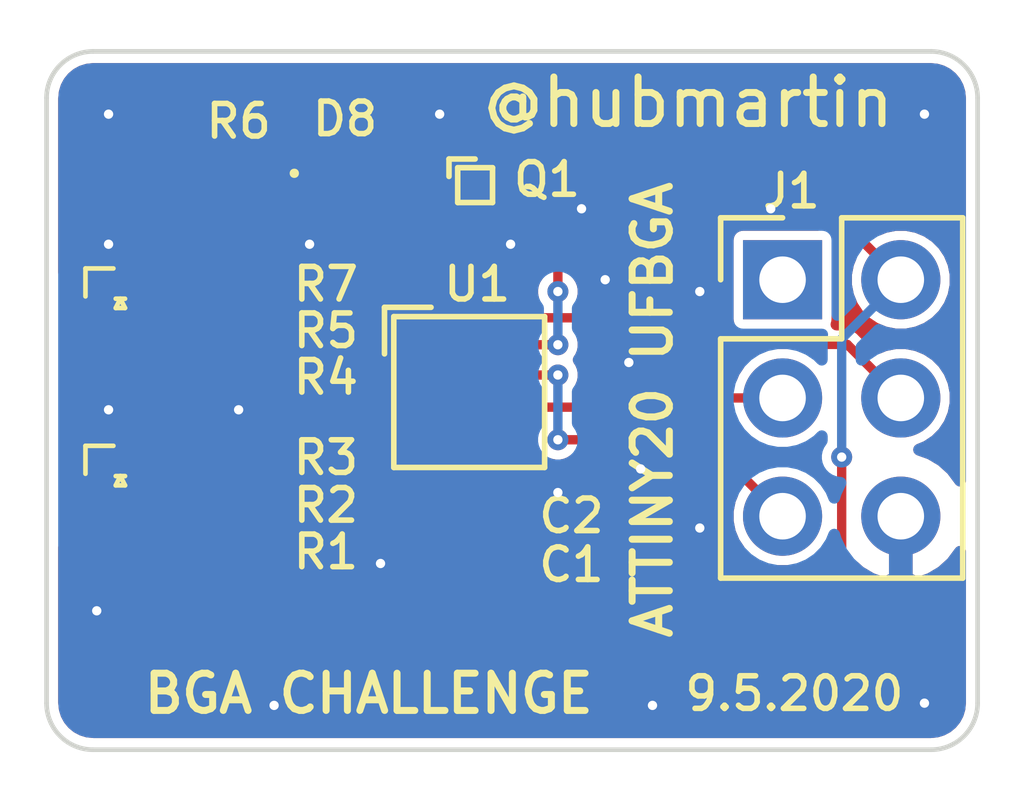
<source format=kicad_pcb>
(kicad_pcb (version 20171130) (host pcbnew 5.1.5-52549c5~86~ubuntu18.04.1)

  (general
    (thickness 1.6)
    (drawings 18)
    (tracks 122)
    (zones 0)
    (modules 15)
    (nets 23)
  )

  (page A4)
  (layers
    (0 F.Cu signal)
    (31 B.Cu signal hide)
    (32 B.Adhes user hide)
    (33 F.Adhes user hide)
    (34 B.Paste user hide)
    (35 F.Paste user hide)
    (36 B.SilkS user hide)
    (37 F.SilkS user hide)
    (38 B.Mask user hide)
    (39 F.Mask user hide)
    (40 Dwgs.User user hide)
    (41 Cmts.User user hide)
    (42 Eco1.User user hide)
    (43 Eco2.User user hide)
    (44 Edge.Cuts user hide)
    (45 Margin user hide)
    (46 B.CrtYd user hide)
    (47 F.CrtYd user hide)
    (48 B.Fab user hide)
    (49 F.Fab user hide)
  )

  (setup
    (last_trace_width 0.25)
    (user_trace_width 0.1)
    (user_trace_width 0.15)
    (user_trace_width 0.2)
    (trace_clearance 0.16)
    (zone_clearance 0.2)
    (zone_45_only no)
    (trace_min 0.1)
    (via_size 0.8)
    (via_drill 0.4)
    (via_min_size 0.45)
    (via_min_drill 0.2)
    (user_via 0.45 0.2)
    (user_via 0.6 0.3)
    (uvia_size 0.3)
    (uvia_drill 0.1)
    (uvias_allowed no)
    (uvia_min_size 0.2)
    (uvia_min_drill 0.1)
    (edge_width 0.05)
    (segment_width 0.2)
    (pcb_text_width 0.3)
    (pcb_text_size 1.5 1.5)
    (mod_edge_width 0.12)
    (mod_text_size 1 1)
    (mod_text_width 0.15)
    (pad_size 1.524 1.524)
    (pad_drill 0.762)
    (pad_to_mask_clearance 0.025)
    (solder_mask_min_width 0.13)
    (aux_axis_origin 0 0)
    (grid_origin 149.479 114.173)
    (visible_elements FFFFFF7F)
    (pcbplotparams
      (layerselection 0x010fc_ffffffff)
      (usegerberextensions false)
      (usegerberattributes false)
      (usegerberadvancedattributes false)
      (creategerberjobfile false)
      (excludeedgelayer true)
      (linewidth 0.100000)
      (plotframeref false)
      (viasonmask false)
      (mode 1)
      (useauxorigin false)
      (hpglpennumber 1)
      (hpglpenspeed 20)
      (hpglpendiameter 15.000000)
      (psnegative false)
      (psa4output false)
      (plotreference true)
      (plotvalue true)
      (plotinvisibletext false)
      (padsonsilk false)
      (subtractmaskfromsilk false)
      (outputformat 1)
      (mirror false)
      (drillshape 0)
      (scaleselection 1)
      (outputdirectory "gerber/"))
  )

  (net 0 "")
  (net 1 "Net-(U1-PadC3)")
  (net 2 "Net-(U1-PadC2)")
  (net 3 VCC)
  (net 4 GND)
  (net 5 /TPICLK)
  (net 6 /TPIDATA)
  (net 7 "Net-(D1-Pad2)")
  (net 8 "Net-(D7-Pad2)")
  (net 9 /PWR_SW)
  (net 10 "Net-(D7-Pad3)")
  (net 11 "Net-(D7-Pad4)")
  (net 12 "Net-(D8-Pad1)")
  (net 13 "Net-(D8-Pad2)")
  (net 14 "Net-(D1-Pad3)")
  (net 15 "Net-(D1-Pad4)")
  (net 16 "Net-(J1-Pad1)")
  (net 17 /RESET)
  (net 18 "Net-(R1-Pad1)")
  (net 19 "Net-(R2-Pad1)")
  (net 20 "Net-(R3-Pad1)")
  (net 21 "Net-(R4-Pad1)")
  (net 22 "Net-(R5-Pad1)")

  (net_class Default "This is the default net class."
    (clearance 0.16)
    (trace_width 0.25)
    (via_dia 0.8)
    (via_drill 0.4)
    (uvia_dia 0.3)
    (uvia_drill 0.1)
    (add_net /PWR_SW)
    (add_net /RESET)
    (add_net /TPICLK)
    (add_net /TPIDATA)
    (add_net GND)
    (add_net "Net-(D1-Pad2)")
    (add_net "Net-(D1-Pad3)")
    (add_net "Net-(D1-Pad4)")
    (add_net "Net-(D7-Pad2)")
    (add_net "Net-(D7-Pad3)")
    (add_net "Net-(D7-Pad4)")
    (add_net "Net-(D8-Pad1)")
    (add_net "Net-(D8-Pad2)")
    (add_net "Net-(J1-Pad1)")
    (add_net "Net-(R1-Pad1)")
    (add_net "Net-(R2-Pad1)")
    (add_net "Net-(R3-Pad1)")
    (add_net "Net-(R4-Pad1)")
    (add_net "Net-(R5-Pad1)")
    (add_net "Net-(U1-PadC2)")
    (add_net "Net-(U1-PadC3)")
    (add_net VCC)
  )

  (module Package_BGA:UFBGA-15_3.0x3.0mm_Layout4x4_P0.65mm (layer F.Cu) (tedit 5ABC1D73) (tstamp 5E948E57)
    (at 146.558 110.49)
    (descr "UFBGA-15, 4x4, 3x3mm package, pitch 0.65mm")
    (tags UFBGA-15)
    (path /5E948F39)
    (solder_paste_margin 0.02)
    (attr smd)
    (fp_text reference U1 (at 0.171 -2.317) (layer F.SilkS)
      (effects (font (size 0.7 0.7) (thickness 0.12)))
    )
    (fp_text value ATtiny20-CCU (at 0 3.25) (layer F.Fab)
      (effects (font (size 1 1) (thickness 0.15)))
    )
    (fp_text user %R (at 0 0) (layer F.Fab)
      (effects (font (size 0.65 0.65) (thickness 0.12)))
    )
    (fp_line (start -0.82 -1.82) (end -1.82 -1.82) (layer F.SilkS) (width 0.12))
    (fp_line (start -1.82 -1.82) (end -1.82 -0.82) (layer F.SilkS) (width 0.12))
    (fp_line (start 1.62 -1.62) (end 1.62 1.62) (layer F.SilkS) (width 0.12))
    (fp_line (start 1.62 1.62) (end -1.62 1.62) (layer F.SilkS) (width 0.12))
    (fp_line (start -1.62 1.62) (end -1.62 -1.62) (layer F.SilkS) (width 0.12))
    (fp_line (start -1.62 -1.62) (end 1.62 -1.62) (layer F.SilkS) (width 0.12))
    (fp_line (start 1.5 -1.5) (end 1.5 1.5) (layer F.Fab) (width 0.1))
    (fp_line (start 1.5 1.5) (end -1.5 1.5) (layer F.Fab) (width 0.1))
    (fp_line (start -1.5 1.5) (end -1.5 -0.5) (layer F.Fab) (width 0.1))
    (fp_line (start -1.5 -0.5) (end -0.5 -1.5) (layer F.Fab) (width 0.1))
    (fp_line (start -0.5 -1.5) (end 1.5 -1.5) (layer F.Fab) (width 0.1))
    (fp_line (start -2.5 -2.5) (end 2.5 -2.5) (layer F.CrtYd) (width 0.05))
    (fp_line (start -2.5 -2.5) (end -2.5 2.5) (layer F.CrtYd) (width 0.05))
    (fp_line (start 2.5 2.5) (end 2.5 -2.5) (layer F.CrtYd) (width 0.05))
    (fp_line (start 2.5 2.5) (end -2.5 2.5) (layer F.CrtYd) (width 0.05))
    (pad D4 smd circle (at 0.975 0.975) (size 0.25 0.25) (layers F.Cu F.Paste F.Mask)
      (net 3 VCC))
    (pad C4 smd circle (at 0.975 0.325) (size 0.25 0.25) (layers F.Cu F.Paste F.Mask)
      (net 5 /TPICLK))
    (pad B4 smd circle (at 0.975 -0.325) (size 0.25 0.25) (layers F.Cu F.Paste F.Mask)
      (net 17 /RESET))
    (pad A4 smd circle (at 0.975 -0.975) (size 0.25 0.25) (layers F.Cu F.Paste F.Mask)
      (net 9 /PWR_SW))
    (pad D3 smd circle (at 0.325 0.975) (size 0.25 0.25) (layers F.Cu F.Paste F.Mask)
      (net 4 GND))
    (pad C3 smd circle (at 0.325 0.325) (size 0.25 0.25) (layers F.Cu F.Paste F.Mask)
      (net 1 "Net-(U1-PadC3)"))
    (pad B3 smd circle (at 0.325 -0.325) (size 0.25 0.25) (layers F.Cu F.Paste F.Mask)
      (net 6 /TPIDATA))
    (pad A3 smd circle (at 0.325 -0.975) (size 0.25 0.25) (layers F.Cu F.Paste F.Mask)
      (net 6 /TPIDATA))
    (pad D2 smd circle (at -0.325 0.975) (size 0.25 0.25) (layers F.Cu F.Paste F.Mask)
      (net 4 GND))
    (pad C2 smd circle (at -0.325 0.325) (size 0.25 0.25) (layers F.Cu F.Paste F.Mask)
      (net 2 "Net-(U1-PadC2)"))
    (pad B2 smd circle (at -0.325 -0.325) (size 0.25 0.25) (layers F.Cu F.Paste F.Mask)
      (net 21 "Net-(R4-Pad1)"))
    (pad A2 smd circle (at -0.325 -0.975) (size 0.25 0.25) (layers F.Cu F.Paste F.Mask)
      (net 22 "Net-(R5-Pad1)"))
    (pad D1 smd circle (at -0.975 0.975) (size 0.25 0.25) (layers F.Cu F.Paste F.Mask)
      (net 18 "Net-(R1-Pad1)"))
    (pad C1 smd circle (at -0.975 0.325) (size 0.25 0.25) (layers F.Cu F.Paste F.Mask)
      (net 19 "Net-(R2-Pad1)"))
    (pad B1 smd circle (at -0.975 -0.325) (size 0.25 0.25) (layers F.Cu F.Paste F.Mask)
      (net 20 "Net-(R3-Pad1)"))
    (model ${KISYS3DMOD}/Package_BGA.3dshapes/UFBGA-15_3.0x3.0mm_Layout4x4_P0.65mm.wrl
      (at (xyz 0 0 0))
      (scale (xyz 1 1 1))
      (rotate (xyz 0 0 0))
    )
  )

  (module Resistor_SMD:R_0402_1005Metric (layer F.Cu) (tedit 5B301BBD) (tstamp 5E9C5C07)
    (at 141.605 108.077 180)
    (descr "Resistor SMD 0402 (1005 Metric), square (rectangular) end terminal, IPC_7351 nominal, (Body size source: http://www.tortai-tech.com/upload/download/2011102023233369053.pdf), generated with kicad-footprint-generator")
    (tags resistor)
    (path /5E9CB7A2)
    (attr smd)
    (fp_text reference R7 (at -1.874 -0.096) (layer F.SilkS)
      (effects (font (size 0.7 0.7) (thickness 0.12)))
    )
    (fp_text value 1k (at 0 1.17) (layer F.Fab)
      (effects (font (size 1 1) (thickness 0.15)))
    )
    (fp_text user %R (at 0 0) (layer F.Fab)
      (effects (font (size 0.25 0.25) (thickness 0.04)))
    )
    (fp_line (start 0.93 0.47) (end -0.93 0.47) (layer F.CrtYd) (width 0.05))
    (fp_line (start 0.93 -0.47) (end 0.93 0.47) (layer F.CrtYd) (width 0.05))
    (fp_line (start -0.93 -0.47) (end 0.93 -0.47) (layer F.CrtYd) (width 0.05))
    (fp_line (start -0.93 0.47) (end -0.93 -0.47) (layer F.CrtYd) (width 0.05))
    (fp_line (start 0.5 0.25) (end -0.5 0.25) (layer F.Fab) (width 0.1))
    (fp_line (start 0.5 -0.25) (end 0.5 0.25) (layer F.Fab) (width 0.1))
    (fp_line (start -0.5 -0.25) (end 0.5 -0.25) (layer F.Fab) (width 0.1))
    (fp_line (start -0.5 0.25) (end -0.5 -0.25) (layer F.Fab) (width 0.1))
    (pad 2 smd roundrect (at 0.485 0 180) (size 0.59 0.64) (layers F.Cu F.Paste F.Mask) (roundrect_rratio 0.25)
      (net 7 "Net-(D1-Pad2)"))
    (pad 1 smd roundrect (at -0.485 0 180) (size 0.59 0.64) (layers F.Cu F.Paste F.Mask) (roundrect_rratio 0.25)
      (net 6 /TPIDATA))
    (model ${KISYS3DMOD}/Resistor_SMD.3dshapes/R_0402_1005Metric.wrl
      (at (xyz 0 0 0))
      (scale (xyz 1 1 1))
      (rotate (xyz 0 0 0))
    )
  )

  (module Resistor_SMD:R_0402_1005Metric (layer F.Cu) (tedit 5B301BBD) (tstamp 5EB1F3F5)
    (at 141.605 105.791 180)
    (descr "Resistor SMD 0402 (1005 Metric), square (rectangular) end terminal, IPC_7351 nominal, (Body size source: http://www.tortai-tech.com/upload/download/2011102023233369053.pdf), generated with kicad-footprint-generator")
    (tags resistor)
    (path /5EB5DE50)
    (attr smd)
    (fp_text reference R6 (at 0 1.118) (layer F.SilkS)
      (effects (font (size 0.7 0.7) (thickness 0.12)))
    )
    (fp_text value 1k (at 0 1.17) (layer F.Fab)
      (effects (font (size 1 1) (thickness 0.15)))
    )
    (fp_text user %R (at 0 0) (layer F.Fab)
      (effects (font (size 0.25 0.25) (thickness 0.04)))
    )
    (fp_line (start 0.93 0.47) (end -0.93 0.47) (layer F.CrtYd) (width 0.05))
    (fp_line (start 0.93 -0.47) (end 0.93 0.47) (layer F.CrtYd) (width 0.05))
    (fp_line (start -0.93 -0.47) (end 0.93 -0.47) (layer F.CrtYd) (width 0.05))
    (fp_line (start -0.93 0.47) (end -0.93 -0.47) (layer F.CrtYd) (width 0.05))
    (fp_line (start 0.5 0.25) (end -0.5 0.25) (layer F.Fab) (width 0.1))
    (fp_line (start 0.5 -0.25) (end 0.5 0.25) (layer F.Fab) (width 0.1))
    (fp_line (start -0.5 -0.25) (end 0.5 -0.25) (layer F.Fab) (width 0.1))
    (fp_line (start -0.5 0.25) (end -0.5 -0.25) (layer F.Fab) (width 0.1))
    (pad 2 smd roundrect (at 0.485 0 180) (size 0.59 0.64) (layers F.Cu F.Paste F.Mask) (roundrect_rratio 0.25)
      (net 4 GND))
    (pad 1 smd roundrect (at -0.485 0 180) (size 0.59 0.64) (layers F.Cu F.Paste F.Mask) (roundrect_rratio 0.25)
      (net 12 "Net-(D8-Pad1)"))
    (model ${KISYS3DMOD}/Resistor_SMD.3dshapes/R_0402_1005Metric.wrl
      (at (xyz 0 0 0))
      (scale (xyz 1 1 1))
      (rotate (xyz 0 0 0))
    )
  )

  (module Resistor_SMD:R_0402_1005Metric (layer F.Cu) (tedit 5B301BBD) (tstamp 5E9C5CDC)
    (at 141.605 109.093 180)
    (descr "Resistor SMD 0402 (1005 Metric), square (rectangular) end terminal, IPC_7351 nominal, (Body size source: http://www.tortai-tech.com/upload/download/2011102023233369053.pdf), generated with kicad-footprint-generator")
    (tags resistor)
    (path /5E9EE9C4)
    (attr smd)
    (fp_text reference R5 (at -1.874 -0.08) (layer F.SilkS)
      (effects (font (size 0.7 0.7) (thickness 0.12)))
    )
    (fp_text value 1k (at 0 1.17) (layer F.Fab)
      (effects (font (size 1 1) (thickness 0.15)))
    )
    (fp_text user %R (at 0 0) (layer F.Fab)
      (effects (font (size 0.25 0.25) (thickness 0.04)))
    )
    (fp_line (start 0.93 0.47) (end -0.93 0.47) (layer F.CrtYd) (width 0.05))
    (fp_line (start 0.93 -0.47) (end 0.93 0.47) (layer F.CrtYd) (width 0.05))
    (fp_line (start -0.93 -0.47) (end 0.93 -0.47) (layer F.CrtYd) (width 0.05))
    (fp_line (start -0.93 0.47) (end -0.93 -0.47) (layer F.CrtYd) (width 0.05))
    (fp_line (start 0.5 0.25) (end -0.5 0.25) (layer F.Fab) (width 0.1))
    (fp_line (start 0.5 -0.25) (end 0.5 0.25) (layer F.Fab) (width 0.1))
    (fp_line (start -0.5 -0.25) (end 0.5 -0.25) (layer F.Fab) (width 0.1))
    (fp_line (start -0.5 0.25) (end -0.5 -0.25) (layer F.Fab) (width 0.1))
    (pad 2 smd roundrect (at 0.485 0 180) (size 0.59 0.64) (layers F.Cu F.Paste F.Mask) (roundrect_rratio 0.25)
      (net 14 "Net-(D1-Pad3)"))
    (pad 1 smd roundrect (at -0.485 0 180) (size 0.59 0.64) (layers F.Cu F.Paste F.Mask) (roundrect_rratio 0.25)
      (net 22 "Net-(R5-Pad1)"))
    (model ${KISYS3DMOD}/Resistor_SMD.3dshapes/R_0402_1005Metric.wrl
      (at (xyz 0 0 0))
      (scale (xyz 1 1 1))
      (rotate (xyz 0 0 0))
    )
  )

  (module Resistor_SMD:R_0402_1005Metric (layer F.Cu) (tedit 5B301BBD) (tstamp 5E9C5CAC)
    (at 141.605 110.109 180)
    (descr "Resistor SMD 0402 (1005 Metric), square (rectangular) end terminal, IPC_7351 nominal, (Body size source: http://www.tortai-tech.com/upload/download/2011102023233369053.pdf), generated with kicad-footprint-generator")
    (tags resistor)
    (path /5E9EDC63)
    (attr smd)
    (fp_text reference R4 (at -1.874 -0.064) (layer F.SilkS)
      (effects (font (size 0.7 0.7) (thickness 0.12)))
    )
    (fp_text value 1k (at 0 1.17) (layer F.Fab)
      (effects (font (size 1 1) (thickness 0.15)))
    )
    (fp_text user %R (at 0 0) (layer F.Fab)
      (effects (font (size 0.25 0.25) (thickness 0.04)))
    )
    (fp_line (start 0.93 0.47) (end -0.93 0.47) (layer F.CrtYd) (width 0.05))
    (fp_line (start 0.93 -0.47) (end 0.93 0.47) (layer F.CrtYd) (width 0.05))
    (fp_line (start -0.93 -0.47) (end 0.93 -0.47) (layer F.CrtYd) (width 0.05))
    (fp_line (start -0.93 0.47) (end -0.93 -0.47) (layer F.CrtYd) (width 0.05))
    (fp_line (start 0.5 0.25) (end -0.5 0.25) (layer F.Fab) (width 0.1))
    (fp_line (start 0.5 -0.25) (end 0.5 0.25) (layer F.Fab) (width 0.1))
    (fp_line (start -0.5 -0.25) (end 0.5 -0.25) (layer F.Fab) (width 0.1))
    (fp_line (start -0.5 0.25) (end -0.5 -0.25) (layer F.Fab) (width 0.1))
    (pad 2 smd roundrect (at 0.485 0 180) (size 0.59 0.64) (layers F.Cu F.Paste F.Mask) (roundrect_rratio 0.25)
      (net 15 "Net-(D1-Pad4)"))
    (pad 1 smd roundrect (at -0.485 0 180) (size 0.59 0.64) (layers F.Cu F.Paste F.Mask) (roundrect_rratio 0.25)
      (net 21 "Net-(R4-Pad1)"))
    (model ${KISYS3DMOD}/Resistor_SMD.3dshapes/R_0402_1005Metric.wrl
      (at (xyz 0 0 0))
      (scale (xyz 1 1 1))
      (rotate (xyz 0 0 0))
    )
  )

  (module Resistor_SMD:R_0402_1005Metric (layer F.Cu) (tedit 5B301BBD) (tstamp 5E9B26A2)
    (at 141.605 111.887 180)
    (descr "Resistor SMD 0402 (1005 Metric), square (rectangular) end terminal, IPC_7351 nominal, (Body size source: http://www.tortai-tech.com/upload/download/2011102023233369053.pdf), generated with kicad-footprint-generator")
    (tags resistor)
    (path /5E9B6547)
    (attr smd)
    (fp_text reference R3 (at -1.874 -0.011) (layer F.SilkS)
      (effects (font (size 0.7 0.7) (thickness 0.12)))
    )
    (fp_text value 1k (at 0 1.17) (layer F.Fab)
      (effects (font (size 1 1) (thickness 0.15)))
    )
    (fp_text user %R (at 0 0) (layer F.Fab)
      (effects (font (size 0.25 0.25) (thickness 0.04)))
    )
    (fp_line (start 0.93 0.47) (end -0.93 0.47) (layer F.CrtYd) (width 0.05))
    (fp_line (start 0.93 -0.47) (end 0.93 0.47) (layer F.CrtYd) (width 0.05))
    (fp_line (start -0.93 -0.47) (end 0.93 -0.47) (layer F.CrtYd) (width 0.05))
    (fp_line (start -0.93 0.47) (end -0.93 -0.47) (layer F.CrtYd) (width 0.05))
    (fp_line (start 0.5 0.25) (end -0.5 0.25) (layer F.Fab) (width 0.1))
    (fp_line (start 0.5 -0.25) (end 0.5 0.25) (layer F.Fab) (width 0.1))
    (fp_line (start -0.5 -0.25) (end 0.5 -0.25) (layer F.Fab) (width 0.1))
    (fp_line (start -0.5 0.25) (end -0.5 -0.25) (layer F.Fab) (width 0.1))
    (pad 2 smd roundrect (at 0.485 0 180) (size 0.59 0.64) (layers F.Cu F.Paste F.Mask) (roundrect_rratio 0.25)
      (net 8 "Net-(D7-Pad2)"))
    (pad 1 smd roundrect (at -0.485 0 180) (size 0.59 0.64) (layers F.Cu F.Paste F.Mask) (roundrect_rratio 0.25)
      (net 20 "Net-(R3-Pad1)"))
    (model ${KISYS3DMOD}/Resistor_SMD.3dshapes/R_0402_1005Metric.wrl
      (at (xyz 0 0 0))
      (scale (xyz 1 1 1))
      (rotate (xyz 0 0 0))
    )
  )

  (module Resistor_SMD:R_0402_1005Metric (layer F.Cu) (tedit 5B301BBD) (tstamp 5E9B269F)
    (at 141.605 112.903 180)
    (descr "Resistor SMD 0402 (1005 Metric), square (rectangular) end terminal, IPC_7351 nominal, (Body size source: http://www.tortai-tech.com/upload/download/2011102023233369053.pdf), generated with kicad-footprint-generator")
    (tags resistor)
    (path /5E9B62A0)
    (attr smd)
    (fp_text reference R2 (at -1.874 -0.02) (layer F.SilkS)
      (effects (font (size 0.7 0.7) (thickness 0.12)))
    )
    (fp_text value 1k (at 0 1.17) (layer F.Fab)
      (effects (font (size 1 1) (thickness 0.15)))
    )
    (fp_text user %R (at 0 0) (layer F.Fab)
      (effects (font (size 0.25 0.25) (thickness 0.04)))
    )
    (fp_line (start 0.93 0.47) (end -0.93 0.47) (layer F.CrtYd) (width 0.05))
    (fp_line (start 0.93 -0.47) (end 0.93 0.47) (layer F.CrtYd) (width 0.05))
    (fp_line (start -0.93 -0.47) (end 0.93 -0.47) (layer F.CrtYd) (width 0.05))
    (fp_line (start -0.93 0.47) (end -0.93 -0.47) (layer F.CrtYd) (width 0.05))
    (fp_line (start 0.5 0.25) (end -0.5 0.25) (layer F.Fab) (width 0.1))
    (fp_line (start 0.5 -0.25) (end 0.5 0.25) (layer F.Fab) (width 0.1))
    (fp_line (start -0.5 -0.25) (end 0.5 -0.25) (layer F.Fab) (width 0.1))
    (fp_line (start -0.5 0.25) (end -0.5 -0.25) (layer F.Fab) (width 0.1))
    (pad 2 smd roundrect (at 0.485 0 180) (size 0.59 0.64) (layers F.Cu F.Paste F.Mask) (roundrect_rratio 0.25)
      (net 10 "Net-(D7-Pad3)"))
    (pad 1 smd roundrect (at -0.485 0 180) (size 0.59 0.64) (layers F.Cu F.Paste F.Mask) (roundrect_rratio 0.25)
      (net 19 "Net-(R2-Pad1)"))
    (model ${KISYS3DMOD}/Resistor_SMD.3dshapes/R_0402_1005Metric.wrl
      (at (xyz 0 0 0))
      (scale (xyz 1 1 1))
      (rotate (xyz 0 0 0))
    )
  )

  (module Resistor_SMD:R_0402_1005Metric (layer F.Cu) (tedit 5B301BBD) (tstamp 5E9B269C)
    (at 141.605 113.919 180)
    (descr "Resistor SMD 0402 (1005 Metric), square (rectangular) end terminal, IPC_7351 nominal, (Body size source: http://www.tortai-tech.com/upload/download/2011102023233369053.pdf), generated with kicad-footprint-generator")
    (tags resistor)
    (path /5E9B5EBD)
    (attr smd)
    (fp_text reference R1 (at -1.874 -0.004) (layer F.SilkS)
      (effects (font (size 0.7 0.7) (thickness 0.12)))
    )
    (fp_text value 1k (at 0 1.17) (layer F.Fab)
      (effects (font (size 1 1) (thickness 0.15)))
    )
    (fp_text user %R (at 0 0) (layer F.Fab)
      (effects (font (size 0.25 0.25) (thickness 0.04)))
    )
    (fp_line (start 0.93 0.47) (end -0.93 0.47) (layer F.CrtYd) (width 0.05))
    (fp_line (start 0.93 -0.47) (end 0.93 0.47) (layer F.CrtYd) (width 0.05))
    (fp_line (start -0.93 -0.47) (end 0.93 -0.47) (layer F.CrtYd) (width 0.05))
    (fp_line (start -0.93 0.47) (end -0.93 -0.47) (layer F.CrtYd) (width 0.05))
    (fp_line (start 0.5 0.25) (end -0.5 0.25) (layer F.Fab) (width 0.1))
    (fp_line (start 0.5 -0.25) (end 0.5 0.25) (layer F.Fab) (width 0.1))
    (fp_line (start -0.5 -0.25) (end 0.5 -0.25) (layer F.Fab) (width 0.1))
    (fp_line (start -0.5 0.25) (end -0.5 -0.25) (layer F.Fab) (width 0.1))
    (pad 2 smd roundrect (at 0.485 0 180) (size 0.59 0.64) (layers F.Cu F.Paste F.Mask) (roundrect_rratio 0.25)
      (net 11 "Net-(D7-Pad4)"))
    (pad 1 smd roundrect (at -0.485 0 180) (size 0.59 0.64) (layers F.Cu F.Paste F.Mask) (roundrect_rratio 0.25)
      (net 18 "Net-(R1-Pad1)"))
    (model ${KISYS3DMOD}/Resistor_SMD.3dshapes/R_0402_1005Metric.wrl
      (at (xyz 0 0 0))
      (scale (xyz 1 1 1))
      (rotate (xyz 0 0 0))
    )
  )

  (module Connector_PinHeader_2.54mm:PinHeader_2x03_P2.54mm_Vertical (layer F.Cu) (tedit 59FED5CC) (tstamp 5EB70B02)
    (at 153.289 108.077)
    (descr "Through hole straight pin header, 2x03, 2.54mm pitch, double rows")
    (tags "Through hole pin header THT 2x03 2.54mm double row")
    (path /5EBF507A)
    (fp_text reference J1 (at 0.19 -1.904) (layer F.SilkS)
      (effects (font (size 0.7 0.7) (thickness 0.12)))
    )
    (fp_text value Conn_02x03_Odd_Even (at 1.27 7.41) (layer F.Fab)
      (effects (font (size 1 1) (thickness 0.15)))
    )
    (fp_text user %R (at 1.27 2.54 90) (layer F.Fab)
      (effects (font (size 1 1) (thickness 0.15)))
    )
    (fp_line (start 4.35 -1.8) (end -1.8 -1.8) (layer F.CrtYd) (width 0.05))
    (fp_line (start 4.35 6.85) (end 4.35 -1.8) (layer F.CrtYd) (width 0.05))
    (fp_line (start -1.8 6.85) (end 4.35 6.85) (layer F.CrtYd) (width 0.05))
    (fp_line (start -1.8 -1.8) (end -1.8 6.85) (layer F.CrtYd) (width 0.05))
    (fp_line (start -1.33 -1.33) (end 0 -1.33) (layer F.SilkS) (width 0.12))
    (fp_line (start -1.33 0) (end -1.33 -1.33) (layer F.SilkS) (width 0.12))
    (fp_line (start 1.27 -1.33) (end 3.87 -1.33) (layer F.SilkS) (width 0.12))
    (fp_line (start 1.27 1.27) (end 1.27 -1.33) (layer F.SilkS) (width 0.12))
    (fp_line (start -1.33 1.27) (end 1.27 1.27) (layer F.SilkS) (width 0.12))
    (fp_line (start 3.87 -1.33) (end 3.87 6.41) (layer F.SilkS) (width 0.12))
    (fp_line (start -1.33 1.27) (end -1.33 6.41) (layer F.SilkS) (width 0.12))
    (fp_line (start -1.33 6.41) (end 3.87 6.41) (layer F.SilkS) (width 0.12))
    (fp_line (start -1.27 0) (end 0 -1.27) (layer F.Fab) (width 0.1))
    (fp_line (start -1.27 6.35) (end -1.27 0) (layer F.Fab) (width 0.1))
    (fp_line (start 3.81 6.35) (end -1.27 6.35) (layer F.Fab) (width 0.1))
    (fp_line (start 3.81 -1.27) (end 3.81 6.35) (layer F.Fab) (width 0.1))
    (fp_line (start 0 -1.27) (end 3.81 -1.27) (layer F.Fab) (width 0.1))
    (pad 6 thru_hole oval (at 2.54 5.08) (size 1.7 1.7) (drill 1) (layers *.Cu *.Mask)
      (net 4 GND))
    (pad 5 thru_hole oval (at 0 5.08) (size 1.7 1.7) (drill 1) (layers *.Cu *.Mask)
      (net 17 /RESET))
    (pad 4 thru_hole oval (at 2.54 2.54) (size 1.7 1.7) (drill 1) (layers *.Cu *.Mask)
      (net 6 /TPIDATA))
    (pad 3 thru_hole oval (at 0 2.54) (size 1.7 1.7) (drill 1) (layers *.Cu *.Mask)
      (net 5 /TPICLK))
    (pad 2 thru_hole oval (at 2.54 0) (size 1.7 1.7) (drill 1) (layers *.Cu *.Mask)
      (net 3 VCC))
    (pad 1 thru_hole rect (at 0 0) (size 1.7 1.7) (drill 1) (layers *.Cu *.Mask)
      (net 16 "Net-(J1-Pad1)"))
    (model ${KISYS3DMOD}/Connector_PinHeader_2.54mm.3dshapes/PinHeader_2x03_P2.54mm_Vertical.wrl
      (at (xyz 0 0 0))
      (scale (xyz 1 1 1))
      (rotate (xyz 0 0 0))
    )
  )

  (module LED_SMD:LED_0402_1005Metric (layer F.Cu) (tedit 5B301BBE) (tstamp 5EB1F38E)
    (at 143.891 105.791)
    (descr "LED SMD 0402 (1005 Metric), square (rectangular) end terminal, IPC_7351 nominal, (Body size source: http://www.tortai-tech.com/upload/download/2011102023233369053.pdf), generated with kicad-footprint-generator")
    (tags LED)
    (path /5EB5DE49)
    (attr smd)
    (fp_text reference D8 (at 0 -1.17) (layer F.SilkS)
      (effects (font (size 0.7 0.7) (thickness 0.12)))
    )
    (fp_text value LED (at 0 1.17) (layer F.Fab)
      (effects (font (size 1 1) (thickness 0.15)))
    )
    (fp_text user %R (at 0 0) (layer F.Fab)
      (effects (font (size 0.25 0.25) (thickness 0.04)))
    )
    (fp_line (start 0.93 0.47) (end -0.93 0.47) (layer F.CrtYd) (width 0.05))
    (fp_line (start 0.93 -0.47) (end 0.93 0.47) (layer F.CrtYd) (width 0.05))
    (fp_line (start -0.93 -0.47) (end 0.93 -0.47) (layer F.CrtYd) (width 0.05))
    (fp_line (start -0.93 0.47) (end -0.93 -0.47) (layer F.CrtYd) (width 0.05))
    (fp_line (start -0.3 0.25) (end -0.3 -0.25) (layer F.Fab) (width 0.1))
    (fp_line (start -0.4 0.25) (end -0.4 -0.25) (layer F.Fab) (width 0.1))
    (fp_line (start 0.5 0.25) (end -0.5 0.25) (layer F.Fab) (width 0.1))
    (fp_line (start 0.5 -0.25) (end 0.5 0.25) (layer F.Fab) (width 0.1))
    (fp_line (start -0.5 -0.25) (end 0.5 -0.25) (layer F.Fab) (width 0.1))
    (fp_line (start -0.5 0.25) (end -0.5 -0.25) (layer F.Fab) (width 0.1))
    (fp_circle (center -1.09 0) (end -1.04 0) (layer F.SilkS) (width 0.1))
    (pad 2 smd roundrect (at 0.485 0) (size 0.59 0.64) (layers F.Cu F.Paste F.Mask) (roundrect_rratio 0.25)
      (net 13 "Net-(D8-Pad2)"))
    (pad 1 smd roundrect (at -0.485 0) (size 0.59 0.64) (layers F.Cu F.Paste F.Mask) (roundrect_rratio 0.25)
      (net 12 "Net-(D8-Pad1)"))
    (model ${KISYS3DMOD}/LED_SMD.3dshapes/LED_0402_1005Metric.wrl
      (at (xyz 0 0 0))
      (scale (xyz 1 1 1))
      (rotate (xyz 0 0 0))
    )
  )

  (module Capacitor_SMD:C_0402_1005Metric (layer F.Cu) (tedit 5B301BBE) (tstamp 5EB80BB7)
    (at 146.979 113.143 180)
    (descr "Capacitor SMD 0402 (1005 Metric), square (rectangular) end terminal, IPC_7351 nominal, (Body size source: http://www.tortai-tech.com/upload/download/2011102023233369053.pdf), generated with kicad-footprint-generator")
    (tags capacitor)
    (path /5EB8F5D3)
    (attr smd)
    (fp_text reference C2 (at -1.775 -0.005) (layer F.SilkS)
      (effects (font (size 0.7 0.7) (thickness 0.12)))
    )
    (fp_text value 1uF (at 0 1.17) (layer F.Fab)
      (effects (font (size 1 1) (thickness 0.15)))
    )
    (fp_text user %R (at 0 0) (layer F.Fab)
      (effects (font (size 0.25 0.25) (thickness 0.04)))
    )
    (fp_line (start 0.93 0.47) (end -0.93 0.47) (layer F.CrtYd) (width 0.05))
    (fp_line (start 0.93 -0.47) (end 0.93 0.47) (layer F.CrtYd) (width 0.05))
    (fp_line (start -0.93 -0.47) (end 0.93 -0.47) (layer F.CrtYd) (width 0.05))
    (fp_line (start -0.93 0.47) (end -0.93 -0.47) (layer F.CrtYd) (width 0.05))
    (fp_line (start 0.5 0.25) (end -0.5 0.25) (layer F.Fab) (width 0.1))
    (fp_line (start 0.5 -0.25) (end 0.5 0.25) (layer F.Fab) (width 0.1))
    (fp_line (start -0.5 -0.25) (end 0.5 -0.25) (layer F.Fab) (width 0.1))
    (fp_line (start -0.5 0.25) (end -0.5 -0.25) (layer F.Fab) (width 0.1))
    (pad 2 smd roundrect (at 0.485 0 180) (size 0.59 0.64) (layers F.Cu F.Paste F.Mask) (roundrect_rratio 0.25)
      (net 4 GND))
    (pad 1 smd roundrect (at -0.485 0 180) (size 0.59 0.64) (layers F.Cu F.Paste F.Mask) (roundrect_rratio 0.25)
      (net 3 VCC))
    (model ${KISYS3DMOD}/Capacitor_SMD.3dshapes/C_0402_1005Metric.wrl
      (at (xyz 0 0 0))
      (scale (xyz 1 1 1))
      (rotate (xyz 0 0 0))
    )
  )

  (module Capacitor_SMD:C_0402_1005Metric (layer F.Cu) (tedit 5B301BBE) (tstamp 5EB74AC7)
    (at 146.939 114.173 180)
    (descr "Capacitor SMD 0402 (1005 Metric), square (rectangular) end terminal, IPC_7351 nominal, (Body size source: http://www.tortai-tech.com/upload/download/2011102023233369053.pdf), generated with kicad-footprint-generator")
    (tags capacitor)
    (path /5E954A93)
    (attr smd)
    (fp_text reference C1 (at -1.815 -0.025) (layer F.SilkS)
      (effects (font (size 0.7 0.7) (thickness 0.12)))
    )
    (fp_text value 100nF (at 0 1.17) (layer F.Fab)
      (effects (font (size 1 1) (thickness 0.15)))
    )
    (fp_text user %R (at 0 0) (layer F.Fab)
      (effects (font (size 0.25 0.25) (thickness 0.04)))
    )
    (fp_line (start 0.93 0.47) (end -0.93 0.47) (layer F.CrtYd) (width 0.05))
    (fp_line (start 0.93 -0.47) (end 0.93 0.47) (layer F.CrtYd) (width 0.05))
    (fp_line (start -0.93 -0.47) (end 0.93 -0.47) (layer F.CrtYd) (width 0.05))
    (fp_line (start -0.93 0.47) (end -0.93 -0.47) (layer F.CrtYd) (width 0.05))
    (fp_line (start 0.5 0.25) (end -0.5 0.25) (layer F.Fab) (width 0.1))
    (fp_line (start 0.5 -0.25) (end 0.5 0.25) (layer F.Fab) (width 0.1))
    (fp_line (start -0.5 -0.25) (end 0.5 -0.25) (layer F.Fab) (width 0.1))
    (fp_line (start -0.5 0.25) (end -0.5 -0.25) (layer F.Fab) (width 0.1))
    (pad 2 smd roundrect (at 0.485 0 180) (size 0.59 0.64) (layers F.Cu F.Paste F.Mask) (roundrect_rratio 0.25)
      (net 4 GND))
    (pad 1 smd roundrect (at -0.485 0 180) (size 0.59 0.64) (layers F.Cu F.Paste F.Mask) (roundrect_rratio 0.25)
      (net 3 VCC))
    (model ${KISYS3DMOD}/Capacitor_SMD.3dshapes/C_0402_1005Metric.wrl
      (at (xyz 0 0 0))
      (scale (xyz 1 1 1))
      (rotate (xyz 0 0 0))
    )
  )

  (module ARGB101LED:LED_TRI_1010 (layer F.Cu) (tedit 5E7D2149) (tstamp 5EB70AAF)
    (at 139.065 108.585)
    (descr "LED Dual SMD 0606, reflow soldering")
    (tags "dual led 0606")
    (path /5EBA9EAE)
    (solder_mask_margin 0.075)
    (fp_text reference D1 (at 0 -1.2 -180) (layer F.Fab)
      (effects (font (size 0.635 0.635) (thickness 0.1)))
    )
    (fp_text value LED_ARGB (at 0 1.3 -180) (layer F.Fab)
      (effects (font (size 0.635 0.635) (thickness 0.1)))
    )
    (fp_line (start -0.75 -0.75) (end -0.75 -0.15) (layer F.SilkS) (width 0.1))
    (fp_line (start -0.75 -0.75) (end -0.15 -0.75) (layer F.SilkS) (width 0.1))
    (fp_line (start 0 -0.1) (end -0.1 0.1) (layer F.SilkS) (width 0.1))
    (fp_line (start 0 -0.1) (end 0.1 0.1) (layer F.SilkS) (width 0.1))
    (fp_line (start 0.1 0.1) (end -0.1 0.1) (layer F.SilkS) (width 0.1))
    (fp_line (start -0.75 -0.75) (end 0.75 -0.75) (layer F.CrtYd) (width 0.05))
    (fp_line (start 0.75 -0.75) (end 0.75 0.75) (layer F.CrtYd) (width 0.05))
    (fp_line (start 0.75 0.75) (end -0.75 0.75) (layer F.CrtYd) (width 0.05))
    (fp_line (start -0.75 0.75) (end -0.75 -0.75) (layer F.CrtYd) (width 0.05))
    (fp_line (start -0.1 -0.1) (end 0.1 -0.1) (layer F.SilkS) (width 0.1))
    (pad 1 smd roundrect (at -0.385 -0.385) (size 0.45 0.45) (layers F.Cu F.Paste F.Mask) (roundrect_rratio 0.25)
      (net 3 VCC))
    (pad 2 smd roundrect (at 0.385 -0.385) (size 0.45 0.45) (layers F.Cu F.Paste F.Mask) (roundrect_rratio 0.25)
      (net 7 "Net-(D1-Pad2)"))
    (pad 3 smd roundrect (at 0.385 0.385) (size 0.45 0.45) (layers F.Cu F.Paste F.Mask) (roundrect_rratio 0.25)
      (net 14 "Net-(D1-Pad3)"))
    (pad 4 smd roundrect (at -0.385 0.385) (size 0.45 0.45) (layers F.Cu F.Paste F.Mask) (roundrect_rratio 0.25)
      (net 15 "Net-(D1-Pad4)"))
    (model ${KIPRJMOD}/../../lib/pkl/packages3d/pkl_leds.3dshapes/UHD1110-FKA.step
      (at (xyz 0 0 0))
      (scale (xyz 1 1 1))
      (rotate (xyz 0 0 0))
    )
    (model :local:UHD1110-FKA.step
      (at (xyz 0 0 0))
      (scale (xyz 1 1 1))
      (rotate (xyz 0 0 0))
    )
  )

  (module ARGB101LED:LED_TRI_1010 (layer F.Cu) (tedit 5E7D2149) (tstamp 5EB706BE)
    (at 139.065 112.395)
    (descr "LED Dual SMD 0606, reflow soldering")
    (tags "dual led 0606")
    (path /5EB72025)
    (solder_mask_margin 0.075)
    (fp_text reference D7 (at 0 -1.2 -180) (layer F.Fab)
      (effects (font (size 0.635 0.635) (thickness 0.1)))
    )
    (fp_text value LED_ARGB (at 0 1.3 -180) (layer F.Fab)
      (effects (font (size 0.635 0.635) (thickness 0.1)))
    )
    (fp_line (start -0.75 -0.75) (end -0.75 -0.15) (layer F.SilkS) (width 0.1))
    (fp_line (start -0.75 -0.75) (end -0.15 -0.75) (layer F.SilkS) (width 0.1))
    (fp_line (start 0 -0.1) (end -0.1 0.1) (layer F.SilkS) (width 0.1))
    (fp_line (start 0 -0.1) (end 0.1 0.1) (layer F.SilkS) (width 0.1))
    (fp_line (start 0.1 0.1) (end -0.1 0.1) (layer F.SilkS) (width 0.1))
    (fp_line (start -0.75 -0.75) (end 0.75 -0.75) (layer F.CrtYd) (width 0.05))
    (fp_line (start 0.75 -0.75) (end 0.75 0.75) (layer F.CrtYd) (width 0.05))
    (fp_line (start 0.75 0.75) (end -0.75 0.75) (layer F.CrtYd) (width 0.05))
    (fp_line (start -0.75 0.75) (end -0.75 -0.75) (layer F.CrtYd) (width 0.05))
    (fp_line (start -0.1 -0.1) (end 0.1 -0.1) (layer F.SilkS) (width 0.1))
    (pad 1 smd roundrect (at -0.385 -0.385) (size 0.45 0.45) (layers F.Cu F.Paste F.Mask) (roundrect_rratio 0.25)
      (net 3 VCC))
    (pad 2 smd roundrect (at 0.385 -0.385) (size 0.45 0.45) (layers F.Cu F.Paste F.Mask) (roundrect_rratio 0.25)
      (net 8 "Net-(D7-Pad2)"))
    (pad 3 smd roundrect (at 0.385 0.385) (size 0.45 0.45) (layers F.Cu F.Paste F.Mask) (roundrect_rratio 0.25)
      (net 10 "Net-(D7-Pad3)"))
    (pad 4 smd roundrect (at -0.385 0.385) (size 0.45 0.45) (layers F.Cu F.Paste F.Mask) (roundrect_rratio 0.25)
      (net 11 "Net-(D7-Pad4)"))
    (model ${KIPRJMOD}/../../lib/pkl/packages3d/pkl_leds.3dshapes/UHD1110-FKA.step
      (at (xyz 0 0 0))
      (scale (xyz 1 1 1))
      (rotate (xyz 0 0 0))
    )
    (model :local:UHD1110-FKA.step
      (at (xyz 0 0 0))
      (scale (xyz 1 1 1))
      (rotate (xyz 0 0 0))
    )
  )

  (module hubmartin:BGA-4_0.7x0.7mm_Layout2x2_P0.4mm (layer F.Cu) (tedit 5EB1BA5B) (tstamp 5EB1D3A7)
    (at 146.685 106.045)
    (descr "BGA-4, http://www.ti.com/lit/ds/symlink/tps22915.pdf")
    (tags BGA-4)
    (path /5EB2071D)
    (solder_paste_margin 0.01)
    (attr smd)
    (fp_text reference Q1 (at 1.544 -0.122) (layer F.SilkS)
      (effects (font (size 0.7 0.7) (thickness 0.12)))
    )
    (fp_text value TPS22914 (at 0 1.95) (layer F.Fab)
      (effects (font (size 1 1) (thickness 0.15)))
    )
    (fp_text user %R (at 0 0 180) (layer F.Fab)
      (effects (font (size 0.4 0.4) (thickness 0.1)))
    )
    (fp_line (start -0.374 -0.374) (end -0.374 0.374) (layer F.SilkS) (width 0.12))
    (fp_line (start -0.374 0.374) (end 0.374 0.374) (layer F.SilkS) (width 0.12))
    (fp_line (start 0.374 0.374) (end 0.374 -0.374) (layer F.SilkS) (width 0.12))
    (fp_line (start 0.374 -0.374) (end -0.374 -0.374) (layer F.SilkS) (width 0.12))
    (fp_line (start -0.561 -0.561) (end -0.561 -0.187) (layer F.SilkS) (width 0.12))
    (fp_line (start -0.561 -0.561) (end 0 -0.561) (layer F.SilkS) (width 0.12))
    (fp_line (start -0.374 0.374) (end -0.374 -0.374) (layer F.Fab) (width 0.1))
    (fp_line (start -0.374 -0.374) (end 0.374 -0.374) (layer F.Fab) (width 0.1))
    (fp_line (start 0.374 0.374) (end 0.374 -0.374) (layer F.Fab) (width 0.1))
    (fp_line (start 0.374 0.374) (end -0.374 0.374) (layer F.Fab) (width 0.1))
    (fp_line (start -0.748 -0.748) (end 0.748 -0.748) (layer F.CrtYd) (width 0.05))
    (fp_line (start -0.748 -0.748) (end -0.748 0.748) (layer F.CrtYd) (width 0.05))
    (fp_line (start 0.748 0.748) (end 0.748 -0.748) (layer F.CrtYd) (width 0.05))
    (fp_line (start 0.748 0.748) (end -0.748 0.748) (layer F.CrtYd) (width 0.05))
    (pad B2 smd circle (at 0.2 0.2 180) (size 0.23 0.23) (layers F.Cu F.Paste F.Mask)
      (net 9 /PWR_SW))
    (pad A2 smd circle (at 0.2 -0.2 180) (size 0.23 0.23) (layers F.Cu F.Paste F.Mask)
      (net 3 VCC))
    (pad B1 smd circle (at -0.2 0.2 180) (size 0.23 0.23) (layers F.Cu F.Paste F.Mask)
      (net 4 GND))
    (pad A1 smd circle (at -0.2 -0.2 180) (size 0.23 0.23) (layers F.Cu F.Paste F.Mask)
      (net 13 "Net-(D8-Pad2)"))
    (model ${KISYS3DMOD}/Package_BGA.3dshapes/BGA-9_1.6x1.6mm_Layout3x3_P0.5mm.wrl
      (offset (xyz 0 0 -0.1))
      (scale (xyz 0.4 0.4 0.4))
      (rotate (xyz 0 0 0))
    )
  )

  (gr_text "BGA CHALLENGE" (at 144.399 116.967) (layer F.SilkS) (tstamp 5EB7467F)
    (effects (font (size 0.8 0.8) (thickness 0.15)))
  )
  (gr_text "ATTINY20 UFBGA" (at 150.495 110.871 90) (layer F.SilkS)
    (effects (font (size 0.8 0.8) (thickness 0.15)))
  )
  (gr_line (start 156.479 118.173) (end 138.479 118.173) (layer Edge.Cuts) (width 0.1))
  (dimension 20 (width 0.15) (layer Dwgs.User)
    (gr_text "20,000 mm" (at 147.479 99.373) (layer Dwgs.User)
      (effects (font (size 1 1) (thickness 0.15)))
    )
    (feature1 (pts (xy 157.479 103.173) (xy 157.479 100.086579)))
    (feature2 (pts (xy 137.479 103.173) (xy 137.479 100.086579)))
    (crossbar (pts (xy 137.479 100.673) (xy 157.479 100.673)))
    (arrow1a (pts (xy 157.479 100.673) (xy 156.352496 101.259421)))
    (arrow1b (pts (xy 157.479 100.673) (xy 156.352496 100.086579)))
    (arrow2a (pts (xy 137.479 100.673) (xy 138.605504 101.259421)))
    (arrow2b (pts (xy 137.479 100.673) (xy 138.605504 100.086579)))
  )
  (gr_line (start 138.479 103.173) (end 156.479 103.173) (layer Edge.Cuts) (width 0.1))
  (gr_text @hubmartin (at 151.257 104.267) (layer F.SilkS)
    (effects (font (size 1 1) (thickness 0.15)))
  )
  (gr_text 9.5.2020 (at 153.543 116.967) (layer F.SilkS)
    (effects (font (size 0.7 0.7) (thickness 0.12)))
  )
  (gr_line (start 144.847 108.773) (end 144.847 109.573) (layer F.Mask) (width 0.15))
  (gr_line (start 144.847 108.773) (end 145.647 108.773) (layer F.Mask) (width 0.15))
  (gr_line (start 148.2725 112.2045) (end 148.2725 111.379) (layer F.Mask) (width 0.15))
  (gr_line (start 148.2725 112.2045) (end 147.447 112.2045) (layer F.Mask) (width 0.15))
  (dimension 15 (width 0.15) (layer Dwgs.User)
    (gr_text "15,000 mm" (at 161.779 110.673 90) (layer Dwgs.User)
      (effects (font (size 1 1) (thickness 0.15)))
    )
    (feature1 (pts (xy 157.479 103.173) (xy 161.065421 103.173)))
    (feature2 (pts (xy 157.479 118.173) (xy 161.065421 118.173)))
    (crossbar (pts (xy 160.479 118.173) (xy 160.479 103.173)))
    (arrow1a (pts (xy 160.479 103.173) (xy 161.065421 104.299504)))
    (arrow1b (pts (xy 160.479 103.173) (xy 159.892579 104.299504)))
    (arrow2a (pts (xy 160.479 118.173) (xy 161.065421 117.046496)))
    (arrow2b (pts (xy 160.479 118.173) (xy 159.892579 117.046496)))
  )
  (gr_arc (start 138.479 117.173) (end 137.479 117.173) (angle -90) (layer Edge.Cuts) (width 0.1) (tstamp 5E9B4012))
  (gr_arc (start 156.479 117.173) (end 156.479 118.173) (angle -90) (layer Edge.Cuts) (width 0.1) (tstamp 5E9B4012))
  (gr_arc (start 156.479 104.173) (end 157.479 104.173) (angle -90) (layer Edge.Cuts) (width 0.1) (tstamp 5E9B4012))
  (gr_arc (start 138.479 104.173) (end 138.479 103.173) (angle -90) (layer Edge.Cuts) (width 0.1))
  (gr_line (start 157.479 104.173) (end 157.479 117.173) (layer Edge.Cuts) (width 0.1))
  (gr_line (start 137.479 117.173) (end 137.479 104.173) (layer Edge.Cuts) (width 0.1) (tstamp 5E9B4226))

  (segment (start 147.533 114.129) (end 147.489 114.173) (width 0.2) (layer F.Cu) (net 3))
  (segment (start 147.533 111.465) (end 147.533 114.129) (width 0.2) (layer F.Cu) (net 3))
  (segment (start 155.829 108.077) (end 156.083 108.331) (width 0.2) (layer B.Cu) (net 3))
  (segment (start 148.463 114.173) (end 147.489 114.173) (width 0.2) (layer F.Cu) (net 3))
  (segment (start 153.581999 105.829999) (end 146.900001 105.829999) (width 0.2) (layer F.Cu) (net 3))
  (segment (start 155.829 108.077) (end 153.581999 105.829999) (width 0.2) (layer F.Cu) (net 3))
  (segment (start 138.68 108.2) (end 138.18 108.2) (width 0.2) (layer F.Cu) (net 3))
  (segment (start 138.18 108.2) (end 138.15499 108.22501) (width 0.2) (layer F.Cu) (net 3))
  (segment (start 138.15499 113.51699) (end 139.827 115.189) (width 0.2) (layer F.Cu) (net 3))
  (segment (start 139.827 115.189) (end 147.193 115.189) (width 0.2) (layer F.Cu) (net 3))
  (segment (start 147.489 114.893) (end 147.489 114.173) (width 0.2) (layer F.Cu) (net 3))
  (segment (start 147.193 115.189) (end 147.489 114.893) (width 0.2) (layer F.Cu) (net 3))
  (segment (start 138.15499 112.03501) (end 138.18 112.01) (width 0.2) (layer F.Cu) (net 3))
  (segment (start 138.18 112.01) (end 138.68 112.01) (width 0.2) (layer F.Cu) (net 3))
  (segment (start 138.15499 112.03501) (end 138.15499 113.51699) (width 0.2) (layer F.Cu) (net 3))
  (segment (start 138.15499 108.22501) (end 138.15499 112.03501) (width 0.2) (layer F.Cu) (net 3))
  (via (at 154.559 111.887) (size 0.45) (drill 0.2) (layers F.Cu B.Cu) (net 3))
  (segment (start 155.829 108.077) (end 154.559 109.347) (width 0.2) (layer B.Cu) (net 3))
  (segment (start 154.559 109.347) (end 154.559 111.887) (width 0.2) (layer B.Cu) (net 3))
  (segment (start 154.559 111.887) (end 154.559 113.919) (width 0.2) (layer F.Cu) (net 3))
  (segment (start 154.170999 114.307001) (end 151.899001 114.307001) (width 0.2) (layer F.Cu) (net 3))
  (segment (start 154.559 113.919) (end 154.170999 114.307001) (width 0.2) (layer F.Cu) (net 3))
  (segment (start 151.899001 114.307001) (end 151.765 114.173) (width 0.2) (layer F.Cu) (net 3))
  (segment (start 151.765 114.173) (end 148.463 114.173) (width 0.2) (layer F.Cu) (net 3))
  (segment (start 146.883 111.465) (end 146.883 112.137) (width 0.2) (layer F.Cu) (net 4))
  (segment (start 146.233 111.465) (end 146.233 112.466) (width 0.2) (layer F.Cu) (net 4))
  (via (at 138.811 104.521) (size 0.45) (drill 0.2) (layers F.Cu B.Cu) (net 4) (tstamp 5E9B49E4))
  (via (at 156.337 104.521) (size 0.45) (drill 0.2) (layers F.Cu B.Cu) (net 4) (tstamp 5E9B49D5))
  (via (at 156.337 117.173) (size 0.45) (drill 0.2) (layers F.Cu B.Cu) (net 4) (tstamp 5E9B4A2D))
  (via (at 142.367 117.221) (size 0.45) (drill 0.2) (layers F.Cu B.Cu) (net 4) (tstamp 5E9B4A2F))
  (via (at 150.495 117.221) (size 0.45) (drill 0.2) (layers F.Cu B.Cu) (net 4) (tstamp 5E9B4A34))
  (via (at 145.923 104.521) (size 0.45) (drill 0.2) (layers F.Cu B.Cu) (net 4) (tstamp 5E9C73C4))
  (via (at 144.653 114.173) (size 0.45) (drill 0.2) (layers F.Cu B.Cu) (net 4))
  (segment (start 146.389 112.622) (end 146.389 114.173) (width 0.2) (layer F.Cu) (net 4))
  (segment (start 146.233 112.466) (end 146.389 112.622) (width 0.2) (layer F.Cu) (net 4))
  (segment (start 146.874 112.141) (end 146.389 112.626) (width 0.2) (layer F.Cu) (net 4))
  (segment (start 146.883 112.137) (end 146.874 112.137) (width 0.2) (layer F.Cu) (net 4))
  (segment (start 145.923 106.807) (end 146.469999 106.260001) (width 0.2) (layer F.Cu) (net 4))
  (via (at 138.811 110.871) (size 0.45) (drill 0.2) (layers F.Cu B.Cu) (net 4) (tstamp 5EB741C0))
  (via (at 141.605 110.871) (size 0.45) (drill 0.2) (layers F.Cu B.Cu) (net 4) (tstamp 5EB741C2))
  (via (at 147.447 107.315) (size 0.45) (drill 0.2) (layers F.Cu B.Cu) (net 4) (tstamp 5EB741C4))
  (via (at 143.129 107.315) (size 0.45) (drill 0.2) (layers F.Cu B.Cu) (net 4) (tstamp 5EB741C6))
  (via (at 138.811 107.315) (size 0.45) (drill 0.2) (layers F.Cu B.Cu) (net 4) (tstamp 5EB741C8))
  (via (at 138.557 115.189) (size 0.45) (drill 0.2) (layers F.Cu B.Cu) (net 4) (tstamp 5EB741CA))
  (via (at 148.463 112.649) (size 0.45) (drill 0.2) (layers F.Cu B.Cu) (net 4) (tstamp 5EB741CC))
  (via (at 151.511 113.411) (size 0.45) (drill 0.2) (layers F.Cu B.Cu) (net 4) (tstamp 5EB741CE))
  (via (at 150.241 112.141) (size 0.45) (drill 0.2) (layers F.Cu B.Cu) (net 4) (tstamp 5EB741D0))
  (via (at 149.987 109.855) (size 0.45) (drill 0.2) (layers F.Cu B.Cu) (net 4) (tstamp 5EB741D2))
  (via (at 151.511 108.331) (size 0.45) (drill 0.2) (layers F.Cu B.Cu) (net 4) (tstamp 5EB741D4))
  (via (at 148.971 106.553) (size 0.45) (drill 0.2) (layers F.Cu B.Cu) (net 4) (tstamp 5EB741D6))
  (via (at 153.035 106.553) (size 0.45) (drill 0.2) (layers F.Cu B.Cu) (net 4) (tstamp 5EB741D8))
  (via (at 149.479 108.077) (size 0.45) (drill 0.2) (layers F.Cu B.Cu) (net 4) (tstamp 5EB741DA))
  (segment (start 147.533 110.815) (end 150.924 110.815) (width 0.2) (layer F.Cu) (net 5))
  (segment (start 151.122 110.617) (end 153.289 110.617) (width 0.2) (layer F.Cu) (net 5))
  (segment (start 150.924 110.815) (end 151.122 110.617) (width 0.2) (layer F.Cu) (net 5))
  (segment (start 146.883 110.165) (end 146.883 109.515) (width 0.2) (layer F.Cu) (net 6))
  (segment (start 146.883 109.515) (end 146.883 109.1109) (width 0.2) (layer F.Cu) (net 6))
  (segment (start 146.883 108.375102) (end 146.584898 108.077) (width 0.2) (layer F.Cu) (net 6))
  (segment (start 142.055 108.077) (end 146.584898 108.077) (width 0.2) (layer F.Cu) (net 6))
  (segment (start 146.883 108.895) (end 146.883 109.1109) (width 0.2) (layer F.Cu) (net 6))
  (segment (start 146.883 108.375102) (end 146.883 108.895) (width 0.2) (layer F.Cu) (net 6))
  (segment (start 154.979001 109.767001) (end 155.829 110.617) (width 0.2) (layer F.Cu) (net 6))
  (segment (start 154.678999 109.466999) (end 154.979001 109.767001) (width 0.2) (layer F.Cu) (net 6))
  (segment (start 151.179997 109.466999) (end 154.678999 109.466999) (width 0.2) (layer F.Cu) (net 6))
  (segment (start 146.883 108.895) (end 150.607998 108.895) (width 0.2) (layer F.Cu) (net 6))
  (segment (start 150.607998 108.895) (end 151.179997 109.466999) (width 0.2) (layer F.Cu) (net 6))
  (segment (start 141.032 108.2) (end 141.155 108.077) (width 0.2) (layer F.Cu) (net 7))
  (segment (start 139.45 108.2) (end 141.032 108.2) (width 0.2) (layer F.Cu) (net 7))
  (segment (start 141.032 112.01) (end 141.155 111.887) (width 0.2) (layer F.Cu) (net 8))
  (segment (start 139.45 112.01) (end 141.032 112.01) (width 0.2) (layer F.Cu) (net 8))
  (via (at 148.463 109.474) (size 0.45) (drill 0.2) (layers F.Cu B.Cu) (net 9))
  (segment (start 147.574 109.474) (end 147.533 109.515) (width 0.2) (layer F.Cu) (net 9))
  (segment (start 148.463 109.474) (end 147.574 109.474) (width 0.2) (layer F.Cu) (net 9))
  (segment (start 147.916001 106.260001) (end 146.900001 106.260001) (width 0.2) (layer F.Cu) (net 9))
  (segment (start 148.463 106.807) (end 147.916001 106.260001) (width 0.2) (layer F.Cu) (net 9))
  (via (at 148.463 108.331) (size 0.45) (drill 0.2) (layers F.Cu B.Cu) (net 9))
  (segment (start 148.463 108.331) (end 148.463 106.807) (width 0.2) (layer F.Cu) (net 9))
  (segment (start 148.463 108.331) (end 148.463 109.474) (width 0.2) (layer B.Cu) (net 9))
  (segment (start 141.032 112.78) (end 141.155 112.903) (width 0.2) (layer F.Cu) (net 10))
  (segment (start 139.45 112.78) (end 141.032 112.78) (width 0.2) (layer F.Cu) (net 10))
  (segment (start 139.594 113.919) (end 138.68 113.005) (width 0.2) (layer F.Cu) (net 11))
  (segment (start 138.68 113.005) (end 138.68 112.78) (width 0.2) (layer F.Cu) (net 11))
  (segment (start 141.155 113.919) (end 139.594 113.919) (width 0.2) (layer F.Cu) (net 11))
  (segment (start 142.055 105.791) (end 143.341 105.791) (width 0.2) (layer F.Cu) (net 12))
  (segment (start 146.431 105.791) (end 146.469999 105.829999) (width 0.2) (layer F.Cu) (net 13))
  (segment (start 144.441 105.791) (end 146.431 105.791) (width 0.2) (layer F.Cu) (net 13))
  (segment (start 141.032 108.97) (end 141.155 109.093) (width 0.2) (layer F.Cu) (net 14))
  (segment (start 139.45 108.97) (end 141.032 108.97) (width 0.2) (layer F.Cu) (net 14))
  (segment (start 140.755 110.109) (end 141.155 110.109) (width 0.2) (layer F.Cu) (net 15))
  (segment (start 139.594 110.109) (end 140.755 110.109) (width 0.2) (layer F.Cu) (net 15))
  (segment (start 138.68 109.195) (end 139.594 110.109) (width 0.2) (layer F.Cu) (net 15))
  (segment (start 138.68 108.97) (end 138.68 109.195) (width 0.2) (layer F.Cu) (net 15))
  (via (at 148.463 110.124003) (size 0.45) (drill 0.2) (layers F.Cu B.Cu) (net 17))
  (segment (start 147.573997 110.124003) (end 147.533 110.165) (width 0.2) (layer F.Cu) (net 17))
  (segment (start 148.463 110.124003) (end 147.573997 110.124003) (width 0.2) (layer F.Cu) (net 17))
  (via (at 148.463 111.515) (size 0.45) (drill 0.2) (layers F.Cu B.Cu) (net 17))
  (segment (start 148.463 110.124003) (end 148.463 111.515) (width 0.2) (layer B.Cu) (net 17))
  (segment (start 151.647 111.515) (end 153.289 113.157) (width 0.2) (layer F.Cu) (net 17))
  (segment (start 148.463 111.515) (end 151.647 111.515) (width 0.2) (layer F.Cu) (net 17))
  (segment (start 145.583 111.465) (end 144.567 111.465) (width 0.2) (layer F.Cu) (net 18))
  (segment (start 144.567 111.465) (end 144.018 112.014) (width 0.2) (layer F.Cu) (net 18))
  (segment (start 142.455 113.919) (end 142.055 113.919) (width 0.2) (layer F.Cu) (net 18))
  (segment (start 144.018 112.356) (end 142.455 113.919) (width 0.2) (layer F.Cu) (net 18))
  (segment (start 144.018 112.014) (end 144.018 112.356) (width 0.2) (layer F.Cu) (net 18))
  (segment (start 145.583 110.815) (end 144.074 110.815) (width 0.2) (layer F.Cu) (net 19))
  (segment (start 142.455 112.903) (end 142.055 112.903) (width 0.2) (layer F.Cu) (net 19))
  (segment (start 143.617992 111.740008) (end 142.455 112.903) (width 0.2) (layer F.Cu) (net 19))
  (segment (start 143.617992 111.271008) (end 143.617992 111.740008) (width 0.2) (layer F.Cu) (net 19))
  (segment (start 144.074 110.815) (end 143.617992 111.271008) (width 0.2) (layer F.Cu) (net 19))
  (segment (start 142.621 111.887) (end 142.055 111.887) (width 0.2) (layer F.Cu) (net 20))
  (segment (start 142.875 111.633) (end 142.621 111.887) (width 0.2) (layer F.Cu) (net 20))
  (segment (start 142.875 110.967) (end 142.875 111.633) (width 0.2) (layer F.Cu) (net 20))
  (segment (start 145.583 110.165) (end 143.677 110.165) (width 0.2) (layer F.Cu) (net 20))
  (segment (start 143.677 110.165) (end 142.875 110.967) (width 0.2) (layer F.Cu) (net 20))
  (segment (start 145.415 109.347) (end 146.233 110.165) (width 0.2) (layer F.Cu) (net 21))
  (segment (start 143.717 109.347) (end 145.415 109.347) (width 0.2) (layer F.Cu) (net 21))
  (segment (start 142.955 110.109) (end 142.055 110.109) (width 0.2) (layer F.Cu) (net 21))
  (segment (start 143.717 109.347) (end 142.955 110.109) (width 0.2) (layer F.Cu) (net 21))
  (segment (start 145.43 108.712) (end 146.233 109.515) (width 0.2) (layer F.Cu) (net 22))
  (segment (start 142.455 109.093) (end 142.055 109.093) (width 0.2) (layer F.Cu) (net 22))
  (segment (start 142.836 108.712) (end 142.455 109.093) (width 0.2) (layer F.Cu) (net 22))
  (segment (start 145.43 108.712) (end 142.836 108.712) (width 0.2) (layer F.Cu) (net 22))

  (zone (net 0) (net_name "") (layer F.Cu) (tstamp 0) (hatch edge 0.508)
    (connect_pads (clearance 0.2))
    (min_thickness 0.254)
    (keepout (tracks allowed) (vias allowed) (copperpour not_allowed))
    (fill (arc_segments 32) (thermal_gap 0.508) (thermal_bridge_width 0.508))
    (polygon
      (pts
        (xy 148.147 112.073) (xy 144.947 112.073) (xy 144.947 108.873) (xy 148.147 108.873)
      )
    )
  )
  (zone (net 4) (net_name GND) (layer F.Cu) (tstamp 5EB7DFE2) (hatch edge 0.508)
    (connect_pads (clearance 0.2))
    (min_thickness 0.254)
    (fill yes (arc_segments 32) (thermal_gap 0.508) (thermal_bridge_width 0.508))
    (polygon
      (pts
        (xy 158.479 119.173) (xy 136.479 119.173) (xy 136.479 102.173) (xy 158.479 102.0685)
      )
    )
    (filled_polygon
      (pts
        (xy 155.956 113.03) (xy 155.976 113.03) (xy 155.976 113.284) (xy 155.956 113.284) (xy 155.956 114.477814)
        (xy 156.185891 114.598481) (xy 156.460252 114.501157) (xy 156.710355 114.352178) (xy 156.926588 114.157269) (xy 157.100641 113.92392)
        (xy 157.102001 113.921065) (xy 157.102001 117.154548) (xy 157.088361 117.293659) (xy 157.053319 117.40972) (xy 156.996405 117.516761)
        (xy 156.919781 117.610712) (xy 156.826368 117.687991) (xy 156.719722 117.745654) (xy 156.603909 117.781504) (xy 156.465991 117.796)
        (xy 138.497442 117.796) (xy 138.358341 117.782361) (xy 138.24228 117.747319) (xy 138.135239 117.690405) (xy 138.041288 117.613781)
        (xy 137.964009 117.520368) (xy 137.906346 117.413722) (xy 137.870496 117.297909) (xy 137.856 117.159991) (xy 137.856 113.823999)
        (xy 137.867885 113.833753) (xy 139.510241 115.476111) (xy 139.523605 115.492395) (xy 139.539889 115.505759) (xy 139.539898 115.505768)
        (xy 139.588623 115.545755) (xy 139.628273 115.566948) (xy 139.662804 115.585405) (xy 139.743293 115.609822) (xy 139.806022 115.616)
        (xy 139.806032 115.616) (xy 139.826999 115.618065) (xy 139.847966 115.616) (xy 147.172033 115.616) (xy 147.193 115.618065)
        (xy 147.213967 115.616) (xy 147.213978 115.616) (xy 147.276707 115.609822) (xy 147.357196 115.585405) (xy 147.431376 115.545755)
        (xy 147.496395 115.492395) (xy 147.509767 115.476101) (xy 147.776111 115.209759) (xy 147.792395 115.196395) (xy 147.805759 115.180111)
        (xy 147.805768 115.180102) (xy 147.845755 115.131377) (xy 147.885404 115.057197) (xy 147.885405 115.057196) (xy 147.909822 114.976707)
        (xy 147.916 114.913978) (xy 147.916 114.913968) (xy 147.918065 114.893001) (xy 147.916 114.872034) (xy 147.916 114.672565)
        (xy 147.967348 114.609997) (xy 147.972691 114.6) (xy 151.587074 114.6) (xy 151.595606 114.610396) (xy 151.660625 114.663756)
        (xy 151.734805 114.703406) (xy 151.815294 114.727823) (xy 151.878023 114.734001) (xy 151.878033 114.734001) (xy 151.899 114.736066)
        (xy 151.919967 114.734001) (xy 154.150032 114.734001) (xy 154.170999 114.736066) (xy 154.191966 114.734001) (xy 154.191977 114.734001)
        (xy 154.254706 114.727823) (xy 154.335195 114.703406) (xy 154.409375 114.663756) (xy 154.474394 114.610396) (xy 154.487767 114.594102)
        (xy 154.833016 114.248854) (xy 154.947645 114.352178) (xy 155.197748 114.501157) (xy 155.472109 114.598481) (xy 155.702 114.477814)
        (xy 155.702 113.284) (xy 155.682 113.284) (xy 155.682 113.03) (xy 155.702 113.03) (xy 155.702 113.01)
        (xy 155.956 113.01)
      )
    )
    (filled_polygon
      (pts
        (xy 144.82 112.073) (xy 144.82244 112.097776) (xy 144.829667 112.121601) (xy 144.841403 112.143557) (xy 144.857197 112.162803)
        (xy 144.876443 112.178597) (xy 144.898399 112.190333) (xy 144.922224 112.19756) (xy 144.947 112.2) (xy 146.032875 112.2)
        (xy 146.04798 112.205238) (xy 145.95482 112.233498) (xy 145.844506 112.292463) (xy 145.747815 112.371815) (xy 145.668463 112.468506)
        (xy 145.609498 112.57882) (xy 145.573188 112.698518) (xy 145.560928 112.823) (xy 145.564 112.85725) (xy 145.72275 113.016)
        (xy 146.367 113.016) (xy 146.367 112.996) (xy 146.621 112.996) (xy 146.621 113.016) (xy 146.641 113.016)
        (xy 146.641 113.27) (xy 146.621 113.27) (xy 146.621 113.33675) (xy 146.581 113.37675) (xy 146.581 114.046)
        (xy 146.601 114.046) (xy 146.601 114.3) (xy 146.581 114.3) (xy 146.581 114.32) (xy 146.327 114.32)
        (xy 146.327 114.3) (xy 145.68275 114.3) (xy 145.524 114.45875) (xy 145.520928 114.493) (xy 145.533188 114.617482)
        (xy 145.569498 114.73718) (xy 145.582765 114.762) (xy 140.00387 114.762) (xy 139.58949 114.347621) (xy 139.593999 114.348065)
        (xy 139.614966 114.346) (xy 140.571309 114.346) (xy 140.576652 114.355997) (xy 140.635859 114.428141) (xy 140.708003 114.487348)
        (xy 140.790311 114.531342) (xy 140.879621 114.558434) (xy 140.9725 114.567582) (xy 141.2675 114.567582) (xy 141.360379 114.558434)
        (xy 141.449689 114.531342) (xy 141.531997 114.487348) (xy 141.604141 114.428141) (xy 141.605 114.427094) (xy 141.605859 114.428141)
        (xy 141.678003 114.487348) (xy 141.760311 114.531342) (xy 141.849621 114.558434) (xy 141.9425 114.567582) (xy 142.2375 114.567582)
        (xy 142.330379 114.558434) (xy 142.419689 114.531342) (xy 142.501997 114.487348) (xy 142.574141 114.428141) (xy 142.633348 114.355997)
        (xy 142.669383 114.28858) (xy 142.693376 114.275755) (xy 142.758395 114.222395) (xy 142.771768 114.2061) (xy 143.124868 113.853)
        (xy 145.520928 113.853) (xy 145.524 113.88725) (xy 145.68275 114.046) (xy 145.942656 114.046) (xy 145.95482 114.052502)
        (xy 146.074518 114.088812) (xy 146.199 114.101072) (xy 146.20825 114.098) (xy 146.26025 114.046) (xy 146.327 114.046)
        (xy 146.327 113.97925) (xy 146.367 113.93925) (xy 146.367 113.27) (xy 146.22025 113.27) (xy 146.16825 113.218)
        (xy 146.159 113.214928) (xy 146.034518 113.227188) (xy 145.91482 113.263498) (xy 145.902656 113.27) (xy 145.72275 113.27)
        (xy 145.564 113.42875) (xy 145.560928 113.463) (xy 145.573188 113.587482) (xy 145.575981 113.596691) (xy 145.569498 113.60882)
        (xy 145.533188 113.728518) (xy 145.520928 113.853) (xy 143.124868 113.853) (xy 144.305105 112.672764) (xy 144.321395 112.659395)
        (xy 144.334764 112.643105) (xy 144.334768 112.643101) (xy 144.374756 112.594377) (xy 144.409161 112.530007) (xy 144.414405 112.520196)
        (xy 144.438822 112.439707) (xy 144.445 112.376978) (xy 144.445 112.376967) (xy 144.447065 112.356) (xy 144.445 112.335033)
        (xy 144.445 112.190868) (xy 144.74387 111.892) (xy 144.82 111.892)
      )
    )
    (filled_polygon
      (pts
        (xy 152.211294 112.683162) (xy 152.157231 112.813682) (xy 152.112 113.041076) (xy 152.112 113.272924) (xy 152.157231 113.500318)
        (xy 152.245956 113.714519) (xy 152.356527 113.880001) (xy 152.076927 113.880001) (xy 152.068395 113.869605) (xy 152.003376 113.816245)
        (xy 151.929196 113.776595) (xy 151.848707 113.752178) (xy 151.785978 113.746) (xy 151.785967 113.746) (xy 151.765 113.743935)
        (xy 151.744033 113.746) (xy 147.972691 113.746) (xy 147.967348 113.736003) (xy 147.96 113.727049) (xy 147.96 113.637691)
        (xy 148.007348 113.579997) (xy 148.051342 113.497689) (xy 148.078434 113.408379) (xy 148.087582 113.3155) (xy 148.087582 112.9705)
        (xy 148.078434 112.877621) (xy 148.051342 112.788311) (xy 148.007348 112.706003) (xy 147.96 112.648309) (xy 147.96 112.2)
        (xy 148.147 112.2) (xy 148.171776 112.19756) (xy 148.195601 112.190333) (xy 148.217557 112.178597) (xy 148.236803 112.162803)
        (xy 148.252597 112.143557) (xy 148.264333 112.121601) (xy 148.27156 112.097776) (xy 148.274 112.073) (xy 148.274 112.034194)
        (xy 148.301988 112.045787) (xy 148.408633 112.067) (xy 148.517367 112.067) (xy 148.624012 112.045787) (xy 148.72447 112.004176)
        (xy 148.81488 111.943766) (xy 148.816646 111.942) (xy 151.470132 111.942)
      )
    )
    (filled_polygon
      (pts
        (xy 156.599656 103.563639) (xy 156.715722 103.598681) (xy 156.822764 103.655597) (xy 156.916714 103.732221) (xy 156.99399 103.825631)
        (xy 157.051654 103.932279) (xy 157.087504 104.04809) (xy 157.102 104.186009) (xy 157.102001 112.392935) (xy 157.100641 112.39008)
        (xy 156.926588 112.156731) (xy 156.710355 111.961822) (xy 156.460252 111.812843) (xy 156.221821 111.728264) (xy 156.386519 111.660044)
        (xy 156.579294 111.531236) (xy 156.743236 111.367294) (xy 156.872044 111.174519) (xy 156.960769 110.960318) (xy 157.006 110.732924)
        (xy 157.006 110.501076) (xy 156.960769 110.273682) (xy 156.872044 110.059481) (xy 156.743236 109.866706) (xy 156.579294 109.702764)
        (xy 156.386519 109.573956) (xy 156.172318 109.485231) (xy 155.944924 109.44) (xy 155.713076 109.44) (xy 155.485682 109.485231)
        (xy 155.355162 109.539294) (xy 155.295773 109.479905) (xy 155.295769 109.4799) (xy 154.995766 109.179898) (xy 154.982394 109.163604)
        (xy 154.917375 109.110244) (xy 154.843195 109.070594) (xy 154.762706 109.046177) (xy 154.699977 109.039999) (xy 154.699966 109.039999)
        (xy 154.678999 109.037934) (xy 154.658032 109.039999) (xy 154.446436 109.039999) (xy 154.461268 108.991103) (xy 154.467582 108.927)
        (xy 154.467582 107.319451) (xy 154.751294 107.603163) (xy 154.697231 107.733682) (xy 154.652 107.961076) (xy 154.652 108.192924)
        (xy 154.697231 108.420318) (xy 154.785956 108.634519) (xy 154.914764 108.827294) (xy 155.078706 108.991236) (xy 155.271481 109.120044)
        (xy 155.485682 109.208769) (xy 155.713076 109.254) (xy 155.944924 109.254) (xy 156.172318 109.208769) (xy 156.386519 109.120044)
        (xy 156.579294 108.991236) (xy 156.743236 108.827294) (xy 156.872044 108.634519) (xy 156.960769 108.420318) (xy 157.006 108.192924)
        (xy 157.006 107.961076) (xy 156.960769 107.733682) (xy 156.872044 107.519481) (xy 156.743236 107.326706) (xy 156.579294 107.162764)
        (xy 156.386519 107.033956) (xy 156.172318 106.945231) (xy 155.944924 106.9) (xy 155.713076 106.9) (xy 155.485682 106.945231)
        (xy 155.355163 106.999294) (xy 153.898767 105.542899) (xy 153.885394 105.526604) (xy 153.820375 105.473244) (xy 153.746195 105.433594)
        (xy 153.665706 105.409177) (xy 153.602977 105.402999) (xy 153.602966 105.402999) (xy 153.581999 105.400934) (xy 153.561032 105.402999)
        (xy 146.879023 105.402999) (xy 146.879013 105.403) (xy 146.841467 105.403) (xy 146.756073 105.419985) (xy 146.686909 105.448634)
        (xy 146.669376 105.434245) (xy 146.595196 105.394595) (xy 146.514707 105.370178) (xy 146.451978 105.364) (xy 146.451967 105.364)
        (xy 146.431 105.361935) (xy 146.410033 105.364) (xy 144.924691 105.364) (xy 144.919348 105.354003) (xy 144.860141 105.281859)
        (xy 144.787997 105.222652) (xy 144.705689 105.178658) (xy 144.616379 105.151566) (xy 144.5235 105.142418) (xy 144.2285 105.142418)
        (xy 144.135621 105.151566) (xy 144.046311 105.178658) (xy 143.964003 105.222652) (xy 143.891859 105.281859) (xy 143.891 105.282906)
        (xy 143.890141 105.281859) (xy 143.817997 105.222652) (xy 143.735689 105.178658) (xy 143.646379 105.151566) (xy 143.5535 105.142418)
        (xy 143.2585 105.142418) (xy 143.165621 105.151566) (xy 143.076311 105.178658) (xy 142.994003 105.222652) (xy 142.921859 105.281859)
        (xy 142.862652 105.354003) (xy 142.857309 105.364) (xy 142.638691 105.364) (xy 142.633348 105.354003) (xy 142.574141 105.281859)
        (xy 142.501997 105.222652) (xy 142.419689 105.178658) (xy 142.330379 105.151566) (xy 142.2375 105.142418) (xy 141.959387 105.142418)
        (xy 141.945537 105.116506) (xy 141.866185 105.019815) (xy 141.769494 104.940463) (xy 141.65918 104.881498) (xy 141.539482 104.845188)
        (xy 141.415 104.832928) (xy 141.40575 104.836) (xy 141.247 104.99475) (xy 141.247 105.664) (xy 141.267 105.664)
        (xy 141.267 105.918) (xy 141.247 105.918) (xy 141.247 106.58725) (xy 141.40575 106.746) (xy 141.415 106.749072)
        (xy 141.539482 106.736812) (xy 141.65918 106.700502) (xy 141.769494 106.641537) (xy 141.866185 106.562185) (xy 141.945537 106.465494)
        (xy 141.959387 106.439582) (xy 142.2375 106.439582) (xy 142.330379 106.430434) (xy 142.419689 106.403342) (xy 142.501997 106.359348)
        (xy 142.574141 106.300141) (xy 142.633348 106.227997) (xy 142.638691 106.218) (xy 142.857309 106.218) (xy 142.862652 106.227997)
        (xy 142.921859 106.300141) (xy 142.994003 106.359348) (xy 143.076311 106.403342) (xy 143.165621 106.430434) (xy 143.2585 106.439582)
        (xy 143.5535 106.439582) (xy 143.646379 106.430434) (xy 143.735689 106.403342) (xy 143.817997 106.359348) (xy 143.890141 106.300141)
        (xy 143.891 106.299094) (xy 143.891859 106.300141) (xy 143.964003 106.359348) (xy 144.046311 106.403342) (xy 144.135621 106.430434)
        (xy 144.2285 106.439582) (xy 144.5235 106.439582) (xy 144.616379 106.430434) (xy 144.705689 106.403342) (xy 144.787997 106.359348)
        (xy 144.860141 106.300141) (xy 144.919348 106.227997) (xy 144.924691 106.218) (xy 145.732105 106.218) (xy 145.740649 106.362894)
        (xy 145.777952 106.505844) (xy 145.842426 106.63877) (xy 145.875301 106.687972) (xy 146.064357 106.665643) (xy 146.042028 106.854699)
        (xy 146.169485 106.929404) (xy 146.309068 106.977807) (xy 146.455413 106.998048) (xy 146.602894 106.989351) (xy 146.745844 106.952048)
        (xy 146.87877 106.887574) (xy 146.927972 106.854699) (xy 146.908166 106.687001) (xy 147.086478 106.687001) (xy 147.094699 106.687972)
        (xy 147.095268 106.687001) (xy 147.739133 106.687001) (xy 148.036001 106.98387) (xy 148.036 107.977354) (xy 148.034234 107.97912)
        (xy 147.973824 108.06953) (xy 147.932213 108.169988) (xy 147.911 108.276633) (xy 147.911 108.385367) (xy 147.927437 108.468)
        (xy 147.31 108.468) (xy 147.31 108.396069) (xy 147.312065 108.375102) (xy 147.31 108.354135) (xy 147.31 108.354124)
        (xy 147.303822 108.291395) (xy 147.279405 108.210906) (xy 147.242202 108.141304) (xy 147.239755 108.136725) (xy 147.199768 108.088001)
        (xy 147.199764 108.087997) (xy 147.186395 108.071707) (xy 147.170106 108.058339) (xy 146.901664 107.789898) (xy 146.888293 107.773605)
        (xy 146.823274 107.720245) (xy 146.749094 107.680595) (xy 146.668605 107.656178) (xy 146.605876 107.65) (xy 146.605865 107.65)
        (xy 146.584898 107.647935) (xy 146.563931 107.65) (xy 142.638691 107.65) (xy 142.633348 107.640003) (xy 142.574141 107.567859)
        (xy 142.501997 107.508652) (xy 142.419689 107.464658) (xy 142.330379 107.437566) (xy 142.2375 107.428418) (xy 141.9425 107.428418)
        (xy 141.849621 107.437566) (xy 141.760311 107.464658) (xy 141.678003 107.508652) (xy 141.605859 107.567859) (xy 141.605 107.568906)
        (xy 141.604141 107.567859) (xy 141.531997 107.508652) (xy 141.449689 107.464658) (xy 141.360379 107.437566) (xy 141.2675 107.428418)
        (xy 140.9725 107.428418) (xy 140.879621 107.437566) (xy 140.790311 107.464658) (xy 140.708003 107.508652) (xy 140.635859 107.567859)
        (xy 140.576652 107.640003) (xy 140.532658 107.722311) (xy 140.517282 107.773) (xy 139.871214 107.773) (xy 139.807552 107.720754)
        (xy 139.731295 107.679993) (xy 139.648551 107.654893) (xy 139.5625 107.646418) (xy 139.3375 107.646418) (xy 139.251449 107.654893)
        (xy 139.168705 107.679993) (xy 139.092448 107.720754) (xy 139.065 107.74328) (xy 139.037552 107.720754) (xy 138.961295 107.679993)
        (xy 138.878551 107.654893) (xy 138.7925 107.646418) (xy 138.5675 107.646418) (xy 138.481449 107.654893) (xy 138.398705 107.679993)
        (xy 138.322448 107.720754) (xy 138.258786 107.773) (xy 138.200956 107.773) (xy 138.179999 107.770936) (xy 138.159042 107.773)
        (xy 138.159022 107.773) (xy 138.096293 107.779178) (xy 138.015804 107.803595) (xy 137.941624 107.843245) (xy 137.876605 107.896605)
        (xy 137.865332 107.910342) (xy 137.856 107.918) (xy 137.856 106.111) (xy 140.186928 106.111) (xy 140.199188 106.235482)
        (xy 140.235498 106.35518) (xy 140.294463 106.465494) (xy 140.373815 106.562185) (xy 140.470506 106.641537) (xy 140.58082 106.700502)
        (xy 140.700518 106.736812) (xy 140.825 106.749072) (xy 140.83425 106.746) (xy 140.993 106.58725) (xy 140.993 105.918)
        (xy 140.34875 105.918) (xy 140.19 106.07675) (xy 140.186928 106.111) (xy 137.856 106.111) (xy 137.856 105.471)
        (xy 140.186928 105.471) (xy 140.19 105.50525) (xy 140.34875 105.664) (xy 140.993 105.664) (xy 140.993 104.99475)
        (xy 140.83425 104.836) (xy 140.825 104.832928) (xy 140.700518 104.845188) (xy 140.58082 104.881498) (xy 140.470506 104.940463)
        (xy 140.373815 105.019815) (xy 140.294463 105.116506) (xy 140.235498 105.22682) (xy 140.199188 105.346518) (xy 140.186928 105.471)
        (xy 137.856 105.471) (xy 137.856 104.191442) (xy 137.869639 104.052344) (xy 137.904681 103.936278) (xy 137.961597 103.829236)
        (xy 138.038221 103.735286) (xy 138.131631 103.65801) (xy 138.238279 103.600346) (xy 138.35409 103.564496) (xy 138.492009 103.55)
        (xy 156.460558 103.55)
      )
    )
    (filled_polygon
      (pts
        (xy 139.277241 110.396111) (xy 139.290605 110.412395) (xy 139.306889 110.425759) (xy 139.306898 110.425768) (xy 139.355623 110.465755)
        (xy 139.385582 110.481768) (xy 139.429804 110.505405) (xy 139.510293 110.529822) (xy 139.573022 110.536) (xy 139.573032 110.536)
        (xy 139.593999 110.538065) (xy 139.614966 110.536) (xy 140.571309 110.536) (xy 140.576652 110.545997) (xy 140.635859 110.618141)
        (xy 140.708003 110.677348) (xy 140.790311 110.721342) (xy 140.879621 110.748434) (xy 140.9725 110.757582) (xy 141.2675 110.757582)
        (xy 141.360379 110.748434) (xy 141.449689 110.721342) (xy 141.531997 110.677348) (xy 141.604141 110.618141) (xy 141.605 110.617094)
        (xy 141.605859 110.618141) (xy 141.678003 110.677348) (xy 141.760311 110.721342) (xy 141.849621 110.748434) (xy 141.9425 110.757582)
        (xy 142.2375 110.757582) (xy 142.330379 110.748434) (xy 142.419689 110.721342) (xy 142.501997 110.677348) (xy 142.574141 110.618141)
        (xy 142.633348 110.545997) (xy 142.638691 110.536) (xy 142.702132 110.536) (xy 142.5879 110.650232) (xy 142.571605 110.663605)
        (xy 142.558233 110.679899) (xy 142.558232 110.6799) (xy 142.518245 110.728624) (xy 142.516818 110.731294) (xy 142.478595 110.802805)
        (xy 142.454178 110.883294) (xy 142.448 110.946023) (xy 142.448 110.946033) (xy 142.445935 110.967) (xy 142.448 110.987968)
        (xy 142.448 111.289791) (xy 142.419689 111.274658) (xy 142.330379 111.247566) (xy 142.2375 111.238418) (xy 141.9425 111.238418)
        (xy 141.849621 111.247566) (xy 141.760311 111.274658) (xy 141.678003 111.318652) (xy 141.605859 111.377859) (xy 141.605 111.378906)
        (xy 141.604141 111.377859) (xy 141.531997 111.318652) (xy 141.449689 111.274658) (xy 141.360379 111.247566) (xy 141.2675 111.238418)
        (xy 140.9725 111.238418) (xy 140.879621 111.247566) (xy 140.790311 111.274658) (xy 140.708003 111.318652) (xy 140.635859 111.377859)
        (xy 140.576652 111.450003) (xy 140.532658 111.532311) (xy 140.517282 111.583) (xy 139.871214 111.583) (xy 139.807552 111.530754)
        (xy 139.731295 111.489993) (xy 139.648551 111.464893) (xy 139.5625 111.456418) (xy 139.3375 111.456418) (xy 139.251449 111.464893)
        (xy 139.168705 111.489993) (xy 139.092448 111.530754) (xy 139.065 111.55328) (xy 139.037552 111.530754) (xy 138.961295 111.489993)
        (xy 138.878551 111.464893) (xy 138.7925 111.456418) (xy 138.58199 111.456418) (xy 138.58199 109.700858)
      )
    )
    (filled_polygon
      (pts
        (xy 150.863233 109.754104) (xy 150.876602 109.770394) (xy 150.892892 109.783763) (xy 150.892896 109.783767) (xy 150.94162 109.823755)
        (xy 150.998535 109.854175) (xy 151.015801 109.863404) (xy 151.09629 109.887821) (xy 151.159019 109.893999) (xy 151.15903 109.893999)
        (xy 151.179997 109.896064) (xy 151.200964 109.893999) (xy 152.356527 109.893999) (xy 152.245956 110.059481) (xy 152.191893 110.19)
        (xy 151.142964 110.19) (xy 151.121999 110.187935) (xy 151.101034 110.19) (xy 151.101022 110.19) (xy 151.038293 110.196178)
        (xy 150.957804 110.220595) (xy 150.905212 110.248706) (xy 150.883624 110.260245) (xy 150.834899 110.300232) (xy 150.834895 110.300236)
        (xy 150.818605 110.313605) (xy 150.805236 110.329895) (xy 150.747131 110.388) (xy 148.950488 110.388) (xy 148.952176 110.385473)
        (xy 148.993787 110.285015) (xy 149.015 110.17837) (xy 149.015 110.069636) (xy 148.993787 109.962991) (xy 148.952176 109.862533)
        (xy 148.909726 109.799001) (xy 148.952176 109.73547) (xy 148.993787 109.635012) (xy 149.015 109.528367) (xy 149.015 109.419633)
        (xy 148.99558 109.322) (xy 150.43113 109.322)
      )
    )
    (filled_polygon
      (pts
        (xy 154.046549 106.898418) (xy 152.439 106.898418) (xy 152.374897 106.904732) (xy 152.313257 106.92343) (xy 152.25645 106.953794)
        (xy 152.206657 106.994657) (xy 152.165794 107.04445) (xy 152.13543 107.101257) (xy 152.116732 107.162897) (xy 152.110418 107.227)
        (xy 152.110418 108.927) (xy 152.116732 108.991103) (xy 152.131564 109.039999) (xy 151.356866 109.039999) (xy 150.924766 108.6079)
        (xy 150.911393 108.591605) (xy 150.846374 108.538245) (xy 150.772194 108.498595) (xy 150.691705 108.474178) (xy 150.628976 108.468)
        (xy 150.628965 108.468) (xy 150.607998 108.465935) (xy 150.587031 108.468) (xy 148.998563 108.468) (xy 149.015 108.385367)
        (xy 149.015 108.276633) (xy 148.993787 108.169988) (xy 148.952176 108.06953) (xy 148.891766 107.97912) (xy 148.89 107.977354)
        (xy 148.89 106.827964) (xy 148.892065 106.806999) (xy 148.89 106.786034) (xy 148.89 106.786022) (xy 148.883822 106.723293)
        (xy 148.859405 106.642804) (xy 148.829711 106.58725) (xy 148.819755 106.568623) (xy 148.779767 106.519898) (xy 148.779764 106.519895)
        (xy 148.766395 106.503605) (xy 148.750105 106.490236) (xy 148.516868 106.256999) (xy 153.405131 106.256999)
      )
    )
  )
  (zone (net 4) (net_name GND) (layer B.Cu) (tstamp 5EB7DFDF) (hatch edge 0.508)
    (connect_pads (clearance 0.2))
    (min_thickness 0.254)
    (fill yes (arc_segments 32) (thermal_gap 0.508) (thermal_bridge_width 0.508))
    (polygon
      (pts
        (xy 158.479 119.173) (xy 136.479 119.173) (xy 136.479 102.173) (xy 158.479 102.173)
      )
    )
    (filled_polygon
      (pts
        (xy 156.599656 103.563639) (xy 156.715722 103.598681) (xy 156.822764 103.655597) (xy 156.916714 103.732221) (xy 156.99399 103.825631)
        (xy 157.051654 103.932279) (xy 157.087504 104.04809) (xy 157.102 104.186009) (xy 157.102001 112.392935) (xy 157.100641 112.39008)
        (xy 156.926588 112.156731) (xy 156.710355 111.961822) (xy 156.460252 111.812843) (xy 156.221821 111.728264) (xy 156.386519 111.660044)
        (xy 156.579294 111.531236) (xy 156.743236 111.367294) (xy 156.872044 111.174519) (xy 156.960769 110.960318) (xy 157.006 110.732924)
        (xy 157.006 110.501076) (xy 156.960769 110.273682) (xy 156.872044 110.059481) (xy 156.743236 109.866706) (xy 156.579294 109.702764)
        (xy 156.386519 109.573956) (xy 156.172318 109.485231) (xy 155.944924 109.44) (xy 155.713076 109.44) (xy 155.485682 109.485231)
        (xy 155.271481 109.573956) (xy 155.078706 109.702764) (xy 154.986 109.79547) (xy 154.986 109.523868) (xy 155.355163 109.154706)
        (xy 155.485682 109.208769) (xy 155.713076 109.254) (xy 155.944924 109.254) (xy 156.172318 109.208769) (xy 156.386519 109.120044)
        (xy 156.579294 108.991236) (xy 156.743236 108.827294) (xy 156.872044 108.634519) (xy 156.960769 108.420318) (xy 157.006 108.192924)
        (xy 157.006 107.961076) (xy 156.960769 107.733682) (xy 156.872044 107.519481) (xy 156.743236 107.326706) (xy 156.579294 107.162764)
        (xy 156.386519 107.033956) (xy 156.172318 106.945231) (xy 155.944924 106.9) (xy 155.713076 106.9) (xy 155.485682 106.945231)
        (xy 155.271481 107.033956) (xy 155.078706 107.162764) (xy 154.914764 107.326706) (xy 154.785956 107.519481) (xy 154.697231 107.733682)
        (xy 154.652 107.961076) (xy 154.652 108.192924) (xy 154.697231 108.420318) (xy 154.751294 108.550837) (xy 154.467582 108.83455)
        (xy 154.467582 107.227) (xy 154.461268 107.162897) (xy 154.44257 107.101257) (xy 154.412206 107.04445) (xy 154.371343 106.994657)
        (xy 154.32155 106.953794) (xy 154.264743 106.92343) (xy 154.203103 106.904732) (xy 154.139 106.898418) (xy 152.439 106.898418)
        (xy 152.374897 106.904732) (xy 152.313257 106.92343) (xy 152.25645 106.953794) (xy 152.206657 106.994657) (xy 152.165794 107.04445)
        (xy 152.13543 107.101257) (xy 152.116732 107.162897) (xy 152.110418 107.227) (xy 152.110418 108.927) (xy 152.116732 108.991103)
        (xy 152.13543 109.052743) (xy 152.165794 109.10955) (xy 152.206657 109.159343) (xy 152.25645 109.200206) (xy 152.313257 109.23057)
        (xy 152.374897 109.249268) (xy 152.439 109.255582) (xy 154.139 109.255582) (xy 154.140564 109.255428) (xy 154.138178 109.263294)
        (xy 154.132 109.326023) (xy 154.132 109.326033) (xy 154.129935 109.347) (xy 154.132 109.367967) (xy 154.132 109.79547)
        (xy 154.039294 109.702764) (xy 153.846519 109.573956) (xy 153.632318 109.485231) (xy 153.404924 109.44) (xy 153.173076 109.44)
        (xy 152.945682 109.485231) (xy 152.731481 109.573956) (xy 152.538706 109.702764) (xy 152.374764 109.866706) (xy 152.245956 110.059481)
        (xy 152.157231 110.273682) (xy 152.112 110.501076) (xy 152.112 110.732924) (xy 152.157231 110.960318) (xy 152.245956 111.174519)
        (xy 152.374764 111.367294) (xy 152.538706 111.531236) (xy 152.731481 111.660044) (xy 152.945682 111.748769) (xy 153.173076 111.794)
        (xy 153.404924 111.794) (xy 153.632318 111.748769) (xy 153.846519 111.660044) (xy 154.039294 111.531236) (xy 154.132001 111.438529)
        (xy 154.132001 111.533353) (xy 154.130234 111.53512) (xy 154.069824 111.62553) (xy 154.028213 111.725988) (xy 154.007 111.832633)
        (xy 154.007 111.941367) (xy 154.028213 112.048012) (xy 154.069824 112.14847) (xy 154.130234 112.23888) (xy 154.20712 112.315766)
        (xy 154.29753 112.376176) (xy 154.397988 112.417787) (xy 154.504633 112.439) (xy 154.534058 112.439) (xy 154.432175 112.652901)
        (xy 154.399201 112.761612) (xy 154.332044 112.599481) (xy 154.203236 112.406706) (xy 154.039294 112.242764) (xy 153.846519 112.113956)
        (xy 153.632318 112.025231) (xy 153.404924 111.98) (xy 153.173076 111.98) (xy 152.945682 112.025231) (xy 152.731481 112.113956)
        (xy 152.538706 112.242764) (xy 152.374764 112.406706) (xy 152.245956 112.599481) (xy 152.157231 112.813682) (xy 152.112 113.041076)
        (xy 152.112 113.272924) (xy 152.157231 113.500318) (xy 152.245956 113.714519) (xy 152.374764 113.907294) (xy 152.538706 114.071236)
        (xy 152.731481 114.200044) (xy 152.945682 114.288769) (xy 153.173076 114.334) (xy 153.404924 114.334) (xy 153.632318 114.288769)
        (xy 153.846519 114.200044) (xy 154.039294 114.071236) (xy 154.203236 113.907294) (xy 154.332044 113.714519) (xy 154.399201 113.552388)
        (xy 154.432175 113.661099) (xy 154.557359 113.92392) (xy 154.731412 114.157269) (xy 154.947645 114.352178) (xy 155.197748 114.501157)
        (xy 155.472109 114.598481) (xy 155.702 114.477814) (xy 155.702 113.284) (xy 155.682 113.284) (xy 155.682 113.03)
        (xy 155.702 113.03) (xy 155.702 113.01) (xy 155.956 113.01) (xy 155.956 113.03) (xy 155.976 113.03)
        (xy 155.976 113.284) (xy 155.956 113.284) (xy 155.956 114.477814) (xy 156.185891 114.598481) (xy 156.460252 114.501157)
        (xy 156.710355 114.352178) (xy 156.926588 114.157269) (xy 157.100641 113.92392) (xy 157.102001 113.921065) (xy 157.102001 117.154548)
        (xy 157.088361 117.293659) (xy 157.053319 117.40972) (xy 156.996405 117.516761) (xy 156.919781 117.610712) (xy 156.826368 117.687991)
        (xy 156.719722 117.745654) (xy 156.603909 117.781504) (xy 156.465991 117.796) (xy 138.497442 117.796) (xy 138.358341 117.782361)
        (xy 138.24228 117.747319) (xy 138.135239 117.690405) (xy 138.041288 117.613781) (xy 137.964009 117.520368) (xy 137.906346 117.413722)
        (xy 137.870496 117.297909) (xy 137.856 117.159991) (xy 137.856 108.276633) (xy 147.911 108.276633) (xy 147.911 108.385367)
        (xy 147.932213 108.492012) (xy 147.973824 108.59247) (xy 148.034234 108.68288) (xy 148.036 108.684646) (xy 148.036001 109.120353)
        (xy 148.034234 109.12212) (xy 147.973824 109.21253) (xy 147.932213 109.312988) (xy 147.911 109.419633) (xy 147.911 109.528367)
        (xy 147.932213 109.635012) (xy 147.973824 109.73547) (xy 148.016274 109.799002) (xy 147.973824 109.862533) (xy 147.932213 109.962991)
        (xy 147.911 110.069636) (xy 147.911 110.17837) (xy 147.932213 110.285015) (xy 147.973824 110.385473) (xy 148.034234 110.475883)
        (xy 148.036 110.477649) (xy 148.036001 111.161353) (xy 148.034234 111.16312) (xy 147.973824 111.25353) (xy 147.932213 111.353988)
        (xy 147.911 111.460633) (xy 147.911 111.569367) (xy 147.932213 111.676012) (xy 147.973824 111.77647) (xy 148.034234 111.86688)
        (xy 148.11112 111.943766) (xy 148.20153 112.004176) (xy 148.301988 112.045787) (xy 148.408633 112.067) (xy 148.517367 112.067)
        (xy 148.624012 112.045787) (xy 148.72447 112.004176) (xy 148.81488 111.943766) (xy 148.891766 111.86688) (xy 148.952176 111.77647)
        (xy 148.993787 111.676012) (xy 149.015 111.569367) (xy 149.015 111.460633) (xy 148.993787 111.353988) (xy 148.952176 111.25353)
        (xy 148.891766 111.16312) (xy 148.89 111.161354) (xy 148.89 110.477649) (xy 148.891766 110.475883) (xy 148.952176 110.385473)
        (xy 148.993787 110.285015) (xy 149.015 110.17837) (xy 149.015 110.069636) (xy 148.993787 109.962991) (xy 148.952176 109.862533)
        (xy 148.909726 109.799001) (xy 148.952176 109.73547) (xy 148.993787 109.635012) (xy 149.015 109.528367) (xy 149.015 109.419633)
        (xy 148.993787 109.312988) (xy 148.952176 109.21253) (xy 148.891766 109.12212) (xy 148.89 109.120354) (xy 148.89 108.684646)
        (xy 148.891766 108.68288) (xy 148.952176 108.59247) (xy 148.993787 108.492012) (xy 149.015 108.385367) (xy 149.015 108.276633)
        (xy 148.993787 108.169988) (xy 148.952176 108.06953) (xy 148.891766 107.97912) (xy 148.81488 107.902234) (xy 148.72447 107.841824)
        (xy 148.624012 107.800213) (xy 148.517367 107.779) (xy 148.408633 107.779) (xy 148.301988 107.800213) (xy 148.20153 107.841824)
        (xy 148.11112 107.902234) (xy 148.034234 107.97912) (xy 147.973824 108.06953) (xy 147.932213 108.169988) (xy 147.911 108.276633)
        (xy 137.856 108.276633) (xy 137.856 104.191442) (xy 137.869639 104.052344) (xy 137.904681 103.936278) (xy 137.961597 103.829236)
        (xy 138.038221 103.735286) (xy 138.131631 103.65801) (xy 138.238279 103.600346) (xy 138.35409 103.564496) (xy 138.492009 103.55)
        (xy 156.460558 103.55)
      )
    )
  )
)

</source>
